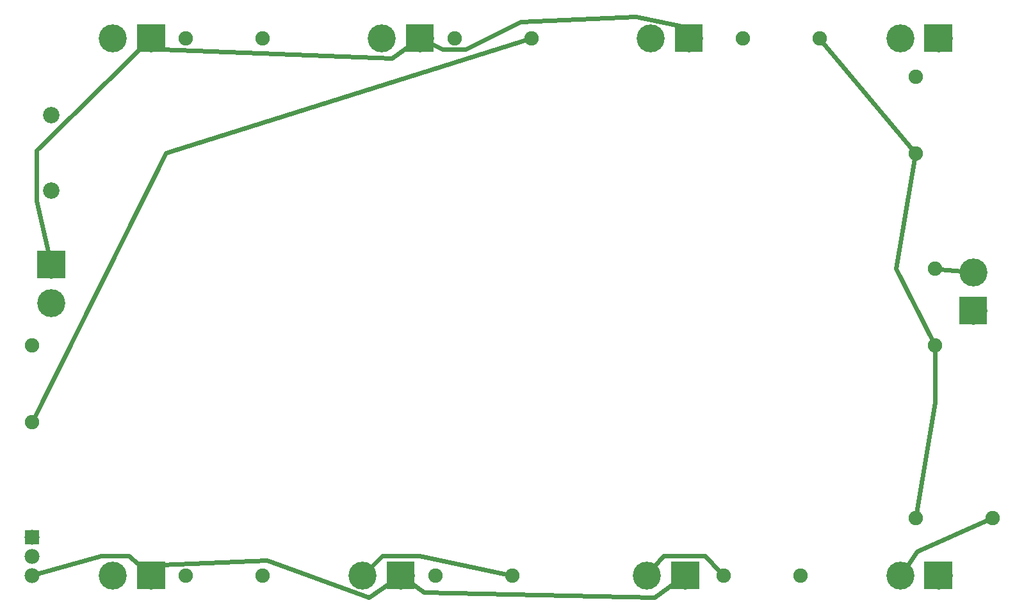
<source format=gbl>
G04 MADE WITH FRITZING*
G04 WWW.FRITZING.ORG*
G04 DOUBLE SIDED*
G04 HOLES PLATED*
G04 CONTOUR ON CENTER OF CONTOUR VECTOR*
%ASAXBY*%
%FSLAX23Y23*%
%MOIN*%
%OFA0B0*%
%SFA1.0B1.0*%
%ADD10C,0.085437*%
%ADD11C,0.145669*%
%ADD12C,0.078000*%
%ADD13C,0.075000*%
%ADD14R,0.078000X0.078000*%
%ADD15C,0.024000*%
%ADD16R,0.001000X0.001000*%
%LNCOPPER0*%
G90*
G70*
G54D10*
X327Y2296D03*
X327Y2689D03*
G54D11*
X4747Y3089D03*
X4947Y3089D03*
X4747Y3089D03*
X4947Y3089D03*
X4747Y3089D03*
X4947Y3089D03*
X3447Y3089D03*
X3647Y3089D03*
X3447Y3089D03*
X3647Y3089D03*
X3447Y3089D03*
X3647Y3089D03*
X2047Y3089D03*
X2247Y3089D03*
X2047Y3089D03*
X2247Y3089D03*
X2047Y3089D03*
X2247Y3089D03*
X647Y3089D03*
X847Y3089D03*
X647Y3089D03*
X847Y3089D03*
X647Y3089D03*
X847Y3089D03*
X327Y1709D03*
X327Y1909D03*
X327Y1709D03*
X327Y1909D03*
X327Y1709D03*
X327Y1909D03*
X647Y289D03*
X847Y289D03*
X647Y289D03*
X847Y289D03*
X647Y289D03*
X847Y289D03*
X1947Y289D03*
X2147Y289D03*
X1947Y289D03*
X2147Y289D03*
X1947Y289D03*
X2147Y289D03*
X3427Y289D03*
X3627Y289D03*
X3427Y289D03*
X3627Y289D03*
X3427Y289D03*
X3627Y289D03*
X4747Y289D03*
X4947Y289D03*
X4747Y289D03*
X4947Y289D03*
X4747Y289D03*
X4947Y289D03*
X5127Y1870D03*
X5127Y1670D03*
X5127Y1870D03*
X5127Y1670D03*
X5127Y1870D03*
X5127Y1670D03*
G54D12*
X227Y489D03*
X227Y389D03*
X227Y289D03*
G54D13*
X1427Y3089D03*
X1027Y3089D03*
X2827Y3089D03*
X2427Y3089D03*
X4327Y3089D03*
X3927Y3089D03*
X4827Y2489D03*
X4827Y2889D03*
X4927Y1489D03*
X4927Y1889D03*
X227Y1089D03*
X227Y1489D03*
X4827Y589D03*
X5227Y589D03*
X4227Y289D03*
X3827Y289D03*
X2327Y289D03*
X2727Y289D03*
X1427Y289D03*
X1027Y289D03*
G54D14*
X227Y489D03*
G54D15*
X925Y2491D02*
X2800Y3081D01*
D02*
X240Y1115D02*
X925Y2491D01*
D02*
X4956Y1886D02*
X5069Y1875D01*
D02*
X3808Y310D02*
X3732Y393D01*
X3732Y393D02*
X3516Y393D01*
X3516Y393D02*
X3465Y334D01*
D02*
X5201Y578D02*
X4836Y417D01*
X4836Y417D02*
X4780Y337D01*
D02*
X2699Y295D02*
X2244Y393D01*
X2244Y393D02*
X2052Y393D01*
X2052Y393D02*
X1988Y330D01*
D02*
X4929Y1191D02*
X4832Y617D01*
D02*
X4927Y1461D02*
X4929Y1191D01*
D02*
X4822Y2461D02*
X4725Y1888D01*
D02*
X4725Y1888D02*
X4914Y1515D01*
D02*
X4345Y3067D02*
X4809Y2511D01*
D02*
X803Y328D02*
X732Y393D01*
D02*
X732Y393D02*
X588Y393D01*
D02*
X588Y393D02*
X256Y298D01*
D02*
X2098Y257D02*
X1980Y177D01*
X1980Y177D02*
X1452Y369D01*
X1452Y369D02*
X900Y345D01*
D02*
X900Y345D02*
X887Y331D01*
D02*
X3579Y256D02*
X3468Y177D01*
X3468Y177D02*
X2268Y201D01*
X2268Y201D02*
X2194Y255D01*
D02*
X2299Y3064D02*
X2364Y3033D01*
X2364Y3033D02*
X2484Y3033D01*
X2484Y3033D02*
X2772Y3177D01*
X2772Y3177D02*
X3372Y3201D01*
X3372Y3201D02*
X3612Y3153D01*
X3612Y3153D02*
X3619Y3140D01*
D02*
X887Y3047D02*
X900Y3033D01*
D02*
X900Y3033D02*
X2100Y2985D01*
X2100Y2985D02*
X2199Y3055D01*
D02*
X314Y1966D02*
X252Y2241D01*
X252Y2241D02*
X252Y2505D01*
X252Y2505D02*
X805Y3048D01*
G54D16*
X774Y3162D02*
X919Y3162D01*
X2174Y3162D02*
X2318Y3162D01*
X3574Y3162D02*
X3718Y3162D01*
X4873Y3162D02*
X5018Y3162D01*
X774Y3161D02*
X919Y3161D01*
X2174Y3161D02*
X2318Y3161D01*
X3574Y3161D02*
X3718Y3161D01*
X4873Y3161D02*
X5018Y3161D01*
X774Y3160D02*
X919Y3160D01*
X2174Y3160D02*
X2318Y3160D01*
X3574Y3160D02*
X3718Y3160D01*
X4873Y3160D02*
X5018Y3160D01*
X774Y3159D02*
X919Y3159D01*
X2174Y3159D02*
X2318Y3159D01*
X3574Y3159D02*
X3718Y3159D01*
X4873Y3159D02*
X5018Y3159D01*
X774Y3158D02*
X919Y3158D01*
X2174Y3158D02*
X2318Y3158D01*
X3574Y3158D02*
X3718Y3158D01*
X4873Y3158D02*
X5018Y3158D01*
X774Y3157D02*
X919Y3157D01*
X2174Y3157D02*
X2318Y3157D01*
X3574Y3157D02*
X3718Y3157D01*
X4873Y3157D02*
X5018Y3157D01*
X774Y3156D02*
X919Y3156D01*
X2174Y3156D02*
X2318Y3156D01*
X3574Y3156D02*
X3718Y3156D01*
X4873Y3156D02*
X5018Y3156D01*
X774Y3155D02*
X919Y3155D01*
X2174Y3155D02*
X2318Y3155D01*
X3574Y3155D02*
X3718Y3155D01*
X4873Y3155D02*
X5018Y3155D01*
X774Y3154D02*
X919Y3154D01*
X2174Y3154D02*
X2318Y3154D01*
X3574Y3154D02*
X3718Y3154D01*
X4873Y3154D02*
X5018Y3154D01*
X774Y3153D02*
X919Y3153D01*
X2174Y3153D02*
X2318Y3153D01*
X3574Y3153D02*
X3718Y3153D01*
X4873Y3153D02*
X5018Y3153D01*
X774Y3152D02*
X919Y3152D01*
X2174Y3152D02*
X2318Y3152D01*
X3574Y3152D02*
X3718Y3152D01*
X4873Y3152D02*
X5018Y3152D01*
X774Y3151D02*
X919Y3151D01*
X2174Y3151D02*
X2318Y3151D01*
X3574Y3151D02*
X3718Y3151D01*
X4873Y3151D02*
X5018Y3151D01*
X774Y3150D02*
X919Y3150D01*
X2174Y3150D02*
X2318Y3150D01*
X3574Y3150D02*
X3718Y3150D01*
X4873Y3150D02*
X5018Y3150D01*
X774Y3149D02*
X919Y3149D01*
X2174Y3149D02*
X2318Y3149D01*
X3574Y3149D02*
X3718Y3149D01*
X4873Y3149D02*
X5018Y3149D01*
X774Y3148D02*
X919Y3148D01*
X2174Y3148D02*
X2318Y3148D01*
X3574Y3148D02*
X3718Y3148D01*
X4873Y3148D02*
X5018Y3148D01*
X774Y3147D02*
X919Y3147D01*
X2174Y3147D02*
X2318Y3147D01*
X3574Y3147D02*
X3718Y3147D01*
X4873Y3147D02*
X5018Y3147D01*
X774Y3146D02*
X919Y3146D01*
X2174Y3146D02*
X2318Y3146D01*
X3574Y3146D02*
X3718Y3146D01*
X4873Y3146D02*
X5018Y3146D01*
X774Y3145D02*
X919Y3145D01*
X2174Y3145D02*
X2318Y3145D01*
X3574Y3145D02*
X3718Y3145D01*
X4873Y3145D02*
X5018Y3145D01*
X774Y3144D02*
X919Y3144D01*
X2174Y3144D02*
X2318Y3144D01*
X3574Y3144D02*
X3718Y3144D01*
X4873Y3144D02*
X5018Y3144D01*
X774Y3143D02*
X919Y3143D01*
X2174Y3143D02*
X2318Y3143D01*
X3574Y3143D02*
X3718Y3143D01*
X4873Y3143D02*
X5018Y3143D01*
X774Y3142D02*
X919Y3142D01*
X2174Y3142D02*
X2318Y3142D01*
X3574Y3142D02*
X3718Y3142D01*
X4873Y3142D02*
X5018Y3142D01*
X774Y3141D02*
X919Y3141D01*
X2174Y3141D02*
X2318Y3141D01*
X3574Y3141D02*
X3718Y3141D01*
X4873Y3141D02*
X5018Y3141D01*
X774Y3140D02*
X919Y3140D01*
X2174Y3140D02*
X2318Y3140D01*
X3574Y3140D02*
X3718Y3140D01*
X4873Y3140D02*
X5018Y3140D01*
X774Y3139D02*
X919Y3139D01*
X2174Y3139D02*
X2318Y3139D01*
X3574Y3139D02*
X3718Y3139D01*
X4873Y3139D02*
X5018Y3139D01*
X774Y3138D02*
X919Y3138D01*
X2174Y3138D02*
X2318Y3138D01*
X3574Y3138D02*
X3718Y3138D01*
X4873Y3138D02*
X5018Y3138D01*
X774Y3137D02*
X842Y3137D01*
X850Y3137D02*
X919Y3137D01*
X2174Y3137D02*
X2242Y3137D01*
X2250Y3137D02*
X2318Y3137D01*
X3574Y3137D02*
X3642Y3137D01*
X3650Y3137D02*
X3718Y3137D01*
X4873Y3137D02*
X4942Y3137D01*
X4950Y3137D02*
X5018Y3137D01*
X774Y3136D02*
X835Y3136D01*
X857Y3136D02*
X919Y3136D01*
X2174Y3136D02*
X2235Y3136D01*
X2257Y3136D02*
X2318Y3136D01*
X3574Y3136D02*
X3635Y3136D01*
X3657Y3136D02*
X3718Y3136D01*
X4873Y3136D02*
X4935Y3136D01*
X4957Y3136D02*
X5018Y3136D01*
X774Y3135D02*
X831Y3135D01*
X861Y3135D02*
X919Y3135D01*
X2174Y3135D02*
X2231Y3135D01*
X2261Y3135D02*
X2318Y3135D01*
X3574Y3135D02*
X3631Y3135D01*
X3661Y3135D02*
X3718Y3135D01*
X4873Y3135D02*
X4931Y3135D01*
X4961Y3135D02*
X5018Y3135D01*
X774Y3134D02*
X829Y3134D01*
X864Y3134D02*
X919Y3134D01*
X2174Y3134D02*
X2229Y3134D01*
X2264Y3134D02*
X2318Y3134D01*
X3574Y3134D02*
X3628Y3134D01*
X3663Y3134D02*
X3718Y3134D01*
X4873Y3134D02*
X4928Y3134D01*
X4963Y3134D02*
X5018Y3134D01*
X774Y3133D02*
X826Y3133D01*
X866Y3133D02*
X919Y3133D01*
X2174Y3133D02*
X2226Y3133D01*
X2266Y3133D02*
X2318Y3133D01*
X3574Y3133D02*
X3626Y3133D01*
X3666Y3133D02*
X3718Y3133D01*
X4873Y3133D02*
X4926Y3133D01*
X4966Y3133D02*
X5018Y3133D01*
X774Y3132D02*
X824Y3132D01*
X868Y3132D02*
X919Y3132D01*
X2174Y3132D02*
X2224Y3132D01*
X2268Y3132D02*
X2318Y3132D01*
X3574Y3132D02*
X3624Y3132D01*
X3668Y3132D02*
X3718Y3132D01*
X4873Y3132D02*
X4924Y3132D01*
X4968Y3132D02*
X5018Y3132D01*
X774Y3131D02*
X822Y3131D01*
X870Y3131D02*
X919Y3131D01*
X2174Y3131D02*
X2222Y3131D01*
X2270Y3131D02*
X2318Y3131D01*
X3574Y3131D02*
X3622Y3131D01*
X3670Y3131D02*
X3718Y3131D01*
X4873Y3131D02*
X4922Y3131D01*
X4970Y3131D02*
X5018Y3131D01*
X774Y3130D02*
X821Y3130D01*
X872Y3130D02*
X919Y3130D01*
X2174Y3130D02*
X2221Y3130D01*
X2272Y3130D02*
X2318Y3130D01*
X3574Y3130D02*
X3620Y3130D01*
X3671Y3130D02*
X3718Y3130D01*
X4873Y3130D02*
X4920Y3130D01*
X4971Y3130D02*
X5018Y3130D01*
X774Y3129D02*
X819Y3129D01*
X873Y3129D02*
X919Y3129D01*
X2174Y3129D02*
X2219Y3129D01*
X2273Y3129D02*
X2318Y3129D01*
X3574Y3129D02*
X3619Y3129D01*
X3673Y3129D02*
X3718Y3129D01*
X4873Y3129D02*
X4919Y3129D01*
X4973Y3129D02*
X5018Y3129D01*
X774Y3128D02*
X818Y3128D01*
X875Y3128D02*
X919Y3128D01*
X2174Y3128D02*
X2218Y3128D01*
X2274Y3128D02*
X2318Y3128D01*
X3574Y3128D02*
X3618Y3128D01*
X3674Y3128D02*
X3718Y3128D01*
X4873Y3128D02*
X4917Y3128D01*
X4974Y3128D02*
X5018Y3128D01*
X774Y3127D02*
X816Y3127D01*
X876Y3127D02*
X919Y3127D01*
X2174Y3127D02*
X2216Y3127D01*
X2276Y3127D02*
X2318Y3127D01*
X3574Y3127D02*
X3616Y3127D01*
X3676Y3127D02*
X3718Y3127D01*
X4873Y3127D02*
X4916Y3127D01*
X4976Y3127D02*
X5018Y3127D01*
X774Y3126D02*
X815Y3126D01*
X877Y3126D02*
X919Y3126D01*
X2174Y3126D02*
X2215Y3126D01*
X2277Y3126D02*
X2318Y3126D01*
X3574Y3126D02*
X3615Y3126D01*
X3677Y3126D02*
X3718Y3126D01*
X4873Y3126D02*
X4915Y3126D01*
X4977Y3126D02*
X5018Y3126D01*
X774Y3125D02*
X814Y3125D01*
X878Y3125D02*
X919Y3125D01*
X2174Y3125D02*
X2214Y3125D01*
X2278Y3125D02*
X2318Y3125D01*
X3574Y3125D02*
X3614Y3125D01*
X3678Y3125D02*
X3718Y3125D01*
X4873Y3125D02*
X4914Y3125D01*
X4978Y3125D02*
X5018Y3125D01*
X774Y3124D02*
X813Y3124D01*
X879Y3124D02*
X919Y3124D01*
X2174Y3124D02*
X2213Y3124D01*
X2279Y3124D02*
X2318Y3124D01*
X3574Y3124D02*
X3613Y3124D01*
X3679Y3124D02*
X3718Y3124D01*
X4873Y3124D02*
X4913Y3124D01*
X4979Y3124D02*
X5018Y3124D01*
X774Y3123D02*
X812Y3123D01*
X880Y3123D02*
X919Y3123D01*
X2174Y3123D02*
X2212Y3123D01*
X2280Y3123D02*
X2318Y3123D01*
X3574Y3123D02*
X3612Y3123D01*
X3680Y3123D02*
X3718Y3123D01*
X4873Y3123D02*
X4912Y3123D01*
X4980Y3123D02*
X5018Y3123D01*
X774Y3122D02*
X811Y3122D01*
X881Y3122D02*
X919Y3122D01*
X2174Y3122D02*
X2211Y3122D01*
X2281Y3122D02*
X2318Y3122D01*
X3574Y3122D02*
X3611Y3122D01*
X3681Y3122D02*
X3718Y3122D01*
X4873Y3122D02*
X4911Y3122D01*
X4981Y3122D02*
X5018Y3122D01*
X774Y3121D02*
X810Y3121D01*
X882Y3121D02*
X919Y3121D01*
X2174Y3121D02*
X2210Y3121D01*
X2282Y3121D02*
X2318Y3121D01*
X3574Y3121D02*
X3610Y3121D01*
X3682Y3121D02*
X3718Y3121D01*
X4873Y3121D02*
X4910Y3121D01*
X4982Y3121D02*
X5018Y3121D01*
X774Y3120D02*
X809Y3120D01*
X883Y3120D02*
X919Y3120D01*
X2174Y3120D02*
X2209Y3120D01*
X2283Y3120D02*
X2318Y3120D01*
X3574Y3120D02*
X3609Y3120D01*
X3683Y3120D02*
X3718Y3120D01*
X4873Y3120D02*
X4909Y3120D01*
X4983Y3120D02*
X5018Y3120D01*
X774Y3119D02*
X808Y3119D01*
X884Y3119D02*
X919Y3119D01*
X2174Y3119D02*
X2208Y3119D01*
X2284Y3119D02*
X2318Y3119D01*
X3574Y3119D02*
X3608Y3119D01*
X3684Y3119D02*
X3718Y3119D01*
X4873Y3119D02*
X4908Y3119D01*
X4984Y3119D02*
X5018Y3119D01*
X774Y3118D02*
X808Y3118D01*
X885Y3118D02*
X919Y3118D01*
X2174Y3118D02*
X2208Y3118D01*
X2285Y3118D02*
X2318Y3118D01*
X3574Y3118D02*
X3607Y3118D01*
X3684Y3118D02*
X3718Y3118D01*
X4873Y3118D02*
X4907Y3118D01*
X4984Y3118D02*
X5018Y3118D01*
X774Y3117D02*
X807Y3117D01*
X885Y3117D02*
X919Y3117D01*
X2174Y3117D02*
X2207Y3117D01*
X2285Y3117D02*
X2318Y3117D01*
X3574Y3117D02*
X3607Y3117D01*
X3685Y3117D02*
X3718Y3117D01*
X4873Y3117D02*
X4907Y3117D01*
X4985Y3117D02*
X5018Y3117D01*
X774Y3116D02*
X806Y3116D01*
X886Y3116D02*
X919Y3116D01*
X2174Y3116D02*
X2206Y3116D01*
X2286Y3116D02*
X2318Y3116D01*
X3574Y3116D02*
X3606Y3116D01*
X3686Y3116D02*
X3718Y3116D01*
X4873Y3116D02*
X4906Y3116D01*
X4986Y3116D02*
X5018Y3116D01*
X774Y3115D02*
X806Y3115D01*
X887Y3115D02*
X919Y3115D01*
X2174Y3115D02*
X2206Y3115D01*
X2287Y3115D02*
X2318Y3115D01*
X3574Y3115D02*
X3605Y3115D01*
X3686Y3115D02*
X3718Y3115D01*
X4873Y3115D02*
X4905Y3115D01*
X4986Y3115D02*
X5018Y3115D01*
X774Y3114D02*
X805Y3114D01*
X887Y3114D02*
X919Y3114D01*
X2174Y3114D02*
X2205Y3114D01*
X2287Y3114D02*
X2318Y3114D01*
X3574Y3114D02*
X3605Y3114D01*
X3687Y3114D02*
X3718Y3114D01*
X4873Y3114D02*
X4905Y3114D01*
X4987Y3114D02*
X5018Y3114D01*
X774Y3113D02*
X804Y3113D01*
X888Y3113D02*
X919Y3113D01*
X2174Y3113D02*
X2204Y3113D01*
X2288Y3113D02*
X2318Y3113D01*
X3574Y3113D02*
X3604Y3113D01*
X3688Y3113D02*
X3718Y3113D01*
X4873Y3113D02*
X4904Y3113D01*
X4988Y3113D02*
X5018Y3113D01*
X774Y3112D02*
X804Y3112D01*
X888Y3112D02*
X919Y3112D01*
X2174Y3112D02*
X2204Y3112D01*
X2288Y3112D02*
X2318Y3112D01*
X3574Y3112D02*
X3604Y3112D01*
X3688Y3112D02*
X3718Y3112D01*
X4873Y3112D02*
X4904Y3112D01*
X4988Y3112D02*
X5018Y3112D01*
X774Y3111D02*
X803Y3111D01*
X889Y3111D02*
X919Y3111D01*
X2174Y3111D02*
X2203Y3111D01*
X2289Y3111D02*
X2318Y3111D01*
X3574Y3111D02*
X3603Y3111D01*
X3689Y3111D02*
X3718Y3111D01*
X4873Y3111D02*
X4903Y3111D01*
X4989Y3111D02*
X5018Y3111D01*
X774Y3110D02*
X803Y3110D01*
X889Y3110D02*
X919Y3110D01*
X2174Y3110D02*
X2203Y3110D01*
X2289Y3110D02*
X2318Y3110D01*
X3574Y3110D02*
X3603Y3110D01*
X3689Y3110D02*
X3718Y3110D01*
X4873Y3110D02*
X4903Y3110D01*
X4989Y3110D02*
X5018Y3110D01*
X774Y3109D02*
X802Y3109D01*
X890Y3109D02*
X919Y3109D01*
X2174Y3109D02*
X2202Y3109D01*
X2290Y3109D02*
X2318Y3109D01*
X3574Y3109D02*
X3602Y3109D01*
X3690Y3109D02*
X3718Y3109D01*
X4873Y3109D02*
X4902Y3109D01*
X4990Y3109D02*
X5018Y3109D01*
X774Y3108D02*
X802Y3108D01*
X890Y3108D02*
X919Y3108D01*
X2174Y3108D02*
X2202Y3108D01*
X2290Y3108D02*
X2318Y3108D01*
X3574Y3108D02*
X3602Y3108D01*
X3690Y3108D02*
X3718Y3108D01*
X4873Y3108D02*
X4902Y3108D01*
X4990Y3108D02*
X5018Y3108D01*
X774Y3107D02*
X802Y3107D01*
X891Y3107D02*
X919Y3107D01*
X2174Y3107D02*
X2202Y3107D01*
X2291Y3107D02*
X2318Y3107D01*
X3574Y3107D02*
X3601Y3107D01*
X3690Y3107D02*
X3718Y3107D01*
X4873Y3107D02*
X4901Y3107D01*
X4990Y3107D02*
X5018Y3107D01*
X774Y3106D02*
X801Y3106D01*
X891Y3106D02*
X919Y3106D01*
X2174Y3106D02*
X2201Y3106D01*
X2291Y3106D02*
X2318Y3106D01*
X3574Y3106D02*
X3601Y3106D01*
X3691Y3106D02*
X3718Y3106D01*
X4873Y3106D02*
X4901Y3106D01*
X4991Y3106D02*
X5018Y3106D01*
X774Y3105D02*
X801Y3105D01*
X891Y3105D02*
X919Y3105D01*
X2174Y3105D02*
X2201Y3105D01*
X2291Y3105D02*
X2318Y3105D01*
X3574Y3105D02*
X3601Y3105D01*
X3691Y3105D02*
X3718Y3105D01*
X4873Y3105D02*
X4901Y3105D01*
X4991Y3105D02*
X5018Y3105D01*
X774Y3104D02*
X801Y3104D01*
X892Y3104D02*
X919Y3104D01*
X2174Y3104D02*
X2200Y3104D01*
X2292Y3104D02*
X2318Y3104D01*
X3574Y3104D02*
X3600Y3104D01*
X3692Y3104D02*
X3718Y3104D01*
X4873Y3104D02*
X4900Y3104D01*
X4991Y3104D02*
X5018Y3104D01*
X774Y3103D02*
X800Y3103D01*
X892Y3103D02*
X919Y3103D01*
X2174Y3103D02*
X2200Y3103D01*
X2292Y3103D02*
X2318Y3103D01*
X3574Y3103D02*
X3600Y3103D01*
X3692Y3103D02*
X3718Y3103D01*
X4873Y3103D02*
X4900Y3103D01*
X4992Y3103D02*
X5018Y3103D01*
X774Y3102D02*
X800Y3102D01*
X892Y3102D02*
X919Y3102D01*
X2174Y3102D02*
X2200Y3102D01*
X2292Y3102D02*
X2318Y3102D01*
X3574Y3102D02*
X3600Y3102D01*
X3692Y3102D02*
X3718Y3102D01*
X4873Y3102D02*
X4900Y3102D01*
X4992Y3102D02*
X5018Y3102D01*
X774Y3101D02*
X800Y3101D01*
X893Y3101D02*
X919Y3101D01*
X2174Y3101D02*
X2200Y3101D01*
X2292Y3101D02*
X2318Y3101D01*
X3574Y3101D02*
X3600Y3101D01*
X3692Y3101D02*
X3718Y3101D01*
X4873Y3101D02*
X4899Y3101D01*
X4992Y3101D02*
X5018Y3101D01*
X774Y3100D02*
X800Y3100D01*
X893Y3100D02*
X919Y3100D01*
X2174Y3100D02*
X2199Y3100D01*
X2293Y3100D02*
X2318Y3100D01*
X3574Y3100D02*
X3599Y3100D01*
X3693Y3100D02*
X3718Y3100D01*
X4873Y3100D02*
X4899Y3100D01*
X4992Y3100D02*
X5018Y3100D01*
X774Y3099D02*
X799Y3099D01*
X893Y3099D02*
X919Y3099D01*
X2174Y3099D02*
X2199Y3099D01*
X2293Y3099D02*
X2318Y3099D01*
X3574Y3099D02*
X3599Y3099D01*
X3693Y3099D02*
X3718Y3099D01*
X4873Y3099D02*
X4899Y3099D01*
X4993Y3099D02*
X5018Y3099D01*
X774Y3098D02*
X799Y3098D01*
X893Y3098D02*
X919Y3098D01*
X2174Y3098D02*
X2199Y3098D01*
X2293Y3098D02*
X2318Y3098D01*
X3574Y3098D02*
X3599Y3098D01*
X3693Y3098D02*
X3718Y3098D01*
X4873Y3098D02*
X4899Y3098D01*
X4993Y3098D02*
X5018Y3098D01*
X774Y3097D02*
X799Y3097D01*
X893Y3097D02*
X919Y3097D01*
X2174Y3097D02*
X2199Y3097D01*
X2293Y3097D02*
X2318Y3097D01*
X3574Y3097D02*
X3599Y3097D01*
X3693Y3097D02*
X3718Y3097D01*
X4873Y3097D02*
X4899Y3097D01*
X4993Y3097D02*
X5018Y3097D01*
X774Y3096D02*
X799Y3096D01*
X893Y3096D02*
X919Y3096D01*
X2174Y3096D02*
X2199Y3096D01*
X2293Y3096D02*
X2318Y3096D01*
X3574Y3096D02*
X3599Y3096D01*
X3693Y3096D02*
X3718Y3096D01*
X4873Y3096D02*
X4898Y3096D01*
X4993Y3096D02*
X5018Y3096D01*
X774Y3095D02*
X799Y3095D01*
X894Y3095D02*
X919Y3095D01*
X2174Y3095D02*
X2199Y3095D01*
X2294Y3095D02*
X2318Y3095D01*
X3574Y3095D02*
X3598Y3095D01*
X3693Y3095D02*
X3718Y3095D01*
X4873Y3095D02*
X4898Y3095D01*
X4993Y3095D02*
X5018Y3095D01*
X774Y3094D02*
X799Y3094D01*
X894Y3094D02*
X919Y3094D01*
X2174Y3094D02*
X2199Y3094D01*
X2294Y3094D02*
X2318Y3094D01*
X3574Y3094D02*
X3598Y3094D01*
X3693Y3094D02*
X3718Y3094D01*
X4873Y3094D02*
X4898Y3094D01*
X4993Y3094D02*
X5018Y3094D01*
X774Y3093D02*
X799Y3093D01*
X894Y3093D02*
X919Y3093D01*
X2174Y3093D02*
X2198Y3093D01*
X2294Y3093D02*
X2318Y3093D01*
X3574Y3093D02*
X3598Y3093D01*
X3694Y3093D02*
X3718Y3093D01*
X4873Y3093D02*
X4898Y3093D01*
X4993Y3093D02*
X5018Y3093D01*
X774Y3092D02*
X799Y3092D01*
X894Y3092D02*
X919Y3092D01*
X2174Y3092D02*
X2198Y3092D01*
X2294Y3092D02*
X2318Y3092D01*
X3574Y3092D02*
X3598Y3092D01*
X3694Y3092D02*
X3718Y3092D01*
X4873Y3092D02*
X4898Y3092D01*
X4993Y3092D02*
X5018Y3092D01*
X774Y3091D02*
X798Y3091D01*
X894Y3091D02*
X919Y3091D01*
X2174Y3091D02*
X2198Y3091D01*
X2294Y3091D02*
X2318Y3091D01*
X3574Y3091D02*
X3598Y3091D01*
X3694Y3091D02*
X3718Y3091D01*
X4873Y3091D02*
X4898Y3091D01*
X4993Y3091D02*
X5018Y3091D01*
X774Y3090D02*
X798Y3090D01*
X894Y3090D02*
X919Y3090D01*
X2174Y3090D02*
X2198Y3090D01*
X2294Y3090D02*
X2318Y3090D01*
X3574Y3090D02*
X3598Y3090D01*
X3694Y3090D02*
X3718Y3090D01*
X4873Y3090D02*
X4898Y3090D01*
X4994Y3090D02*
X5018Y3090D01*
X774Y3089D02*
X798Y3089D01*
X894Y3089D02*
X919Y3089D01*
X2174Y3089D02*
X2198Y3089D01*
X2294Y3089D02*
X2318Y3089D01*
X3574Y3089D02*
X3598Y3089D01*
X3694Y3089D02*
X3718Y3089D01*
X4873Y3089D02*
X4898Y3089D01*
X4993Y3089D02*
X5018Y3089D01*
X774Y3088D02*
X799Y3088D01*
X894Y3088D02*
X919Y3088D01*
X2174Y3088D02*
X2198Y3088D01*
X2294Y3088D02*
X2318Y3088D01*
X3574Y3088D02*
X3598Y3088D01*
X3694Y3088D02*
X3718Y3088D01*
X4873Y3088D02*
X4898Y3088D01*
X4993Y3088D02*
X5018Y3088D01*
X774Y3087D02*
X799Y3087D01*
X894Y3087D02*
X919Y3087D01*
X2174Y3087D02*
X2198Y3087D01*
X2294Y3087D02*
X2318Y3087D01*
X3574Y3087D02*
X3598Y3087D01*
X3694Y3087D02*
X3718Y3087D01*
X4873Y3087D02*
X4898Y3087D01*
X4993Y3087D02*
X5018Y3087D01*
X774Y3086D02*
X799Y3086D01*
X894Y3086D02*
X919Y3086D01*
X2174Y3086D02*
X2199Y3086D01*
X2294Y3086D02*
X2318Y3086D01*
X3574Y3086D02*
X3598Y3086D01*
X3693Y3086D02*
X3718Y3086D01*
X4873Y3086D02*
X4898Y3086D01*
X4993Y3086D02*
X5018Y3086D01*
X774Y3085D02*
X799Y3085D01*
X894Y3085D02*
X919Y3085D01*
X2174Y3085D02*
X2199Y3085D01*
X2294Y3085D02*
X2318Y3085D01*
X3574Y3085D02*
X3598Y3085D01*
X3693Y3085D02*
X3718Y3085D01*
X4873Y3085D02*
X4898Y3085D01*
X4993Y3085D02*
X5018Y3085D01*
X774Y3084D02*
X799Y3084D01*
X894Y3084D02*
X919Y3084D01*
X2174Y3084D02*
X2199Y3084D01*
X2293Y3084D02*
X2318Y3084D01*
X3574Y3084D02*
X3599Y3084D01*
X3693Y3084D02*
X3718Y3084D01*
X4873Y3084D02*
X4898Y3084D01*
X4993Y3084D02*
X5018Y3084D01*
X774Y3083D02*
X799Y3083D01*
X893Y3083D02*
X919Y3083D01*
X2174Y3083D02*
X2199Y3083D01*
X2293Y3083D02*
X2318Y3083D01*
X3574Y3083D02*
X3599Y3083D01*
X3693Y3083D02*
X3718Y3083D01*
X4873Y3083D02*
X4899Y3083D01*
X4993Y3083D02*
X5018Y3083D01*
X774Y3082D02*
X799Y3082D01*
X893Y3082D02*
X919Y3082D01*
X2174Y3082D02*
X2199Y3082D01*
X2293Y3082D02*
X2318Y3082D01*
X3574Y3082D02*
X3599Y3082D01*
X3693Y3082D02*
X3718Y3082D01*
X4873Y3082D02*
X4899Y3082D01*
X4993Y3082D02*
X5018Y3082D01*
X774Y3081D02*
X799Y3081D01*
X893Y3081D02*
X919Y3081D01*
X2174Y3081D02*
X2199Y3081D01*
X2293Y3081D02*
X2318Y3081D01*
X3574Y3081D02*
X3599Y3081D01*
X3693Y3081D02*
X3718Y3081D01*
X4873Y3081D02*
X4899Y3081D01*
X4993Y3081D02*
X5018Y3081D01*
X774Y3080D02*
X800Y3080D01*
X893Y3080D02*
X919Y3080D01*
X2174Y3080D02*
X2199Y3080D01*
X2293Y3080D02*
X2318Y3080D01*
X3574Y3080D02*
X3599Y3080D01*
X3693Y3080D02*
X3718Y3080D01*
X4873Y3080D02*
X4899Y3080D01*
X4992Y3080D02*
X5018Y3080D01*
X774Y3079D02*
X800Y3079D01*
X893Y3079D02*
X919Y3079D01*
X2174Y3079D02*
X2200Y3079D01*
X2292Y3079D02*
X2318Y3079D01*
X3574Y3079D02*
X3600Y3079D01*
X3692Y3079D02*
X3718Y3079D01*
X4873Y3079D02*
X4899Y3079D01*
X4992Y3079D02*
X5018Y3079D01*
X774Y3078D02*
X800Y3078D01*
X892Y3078D02*
X919Y3078D01*
X2174Y3078D02*
X2200Y3078D01*
X2292Y3078D02*
X2318Y3078D01*
X3574Y3078D02*
X3600Y3078D01*
X3692Y3078D02*
X3718Y3078D01*
X4873Y3078D02*
X4900Y3078D01*
X4992Y3078D02*
X5018Y3078D01*
X774Y3077D02*
X800Y3077D01*
X892Y3077D02*
X919Y3077D01*
X2174Y3077D02*
X2200Y3077D01*
X2292Y3077D02*
X2318Y3077D01*
X3574Y3077D02*
X3600Y3077D01*
X3692Y3077D02*
X3718Y3077D01*
X4873Y3077D02*
X4900Y3077D01*
X4992Y3077D02*
X5018Y3077D01*
X774Y3076D02*
X801Y3076D01*
X892Y3076D02*
X919Y3076D01*
X2174Y3076D02*
X2200Y3076D01*
X2292Y3076D02*
X2318Y3076D01*
X3574Y3076D02*
X3600Y3076D01*
X3692Y3076D02*
X3718Y3076D01*
X4873Y3076D02*
X4900Y3076D01*
X4991Y3076D02*
X5018Y3076D01*
X774Y3075D02*
X801Y3075D01*
X891Y3075D02*
X919Y3075D01*
X2174Y3075D02*
X2201Y3075D01*
X2291Y3075D02*
X2318Y3075D01*
X3574Y3075D02*
X3601Y3075D01*
X3691Y3075D02*
X3718Y3075D01*
X4873Y3075D02*
X4901Y3075D01*
X4991Y3075D02*
X5018Y3075D01*
X774Y3074D02*
X801Y3074D01*
X891Y3074D02*
X919Y3074D01*
X2174Y3074D02*
X2201Y3074D01*
X2291Y3074D02*
X2318Y3074D01*
X3574Y3074D02*
X3601Y3074D01*
X3691Y3074D02*
X3718Y3074D01*
X4873Y3074D02*
X4901Y3074D01*
X4991Y3074D02*
X5018Y3074D01*
X774Y3073D02*
X802Y3073D01*
X891Y3073D02*
X919Y3073D01*
X2174Y3073D02*
X2202Y3073D01*
X2291Y3073D02*
X2318Y3073D01*
X3574Y3073D02*
X3601Y3073D01*
X3690Y3073D02*
X3718Y3073D01*
X4873Y3073D02*
X4901Y3073D01*
X4990Y3073D02*
X5018Y3073D01*
X774Y3072D02*
X802Y3072D01*
X890Y3072D02*
X919Y3072D01*
X2174Y3072D02*
X2202Y3072D01*
X2290Y3072D02*
X2318Y3072D01*
X3574Y3072D02*
X3602Y3072D01*
X3690Y3072D02*
X3718Y3072D01*
X4873Y3072D02*
X4902Y3072D01*
X4990Y3072D02*
X5018Y3072D01*
X774Y3071D02*
X802Y3071D01*
X890Y3071D02*
X919Y3071D01*
X2174Y3071D02*
X2202Y3071D01*
X2290Y3071D02*
X2318Y3071D01*
X3574Y3071D02*
X3602Y3071D01*
X3690Y3071D02*
X3718Y3071D01*
X4873Y3071D02*
X4902Y3071D01*
X4990Y3071D02*
X5018Y3071D01*
X774Y3070D02*
X803Y3070D01*
X889Y3070D02*
X919Y3070D01*
X2174Y3070D02*
X2203Y3070D01*
X2289Y3070D02*
X2318Y3070D01*
X3574Y3070D02*
X3603Y3070D01*
X3689Y3070D02*
X3718Y3070D01*
X4873Y3070D02*
X4903Y3070D01*
X4989Y3070D02*
X5018Y3070D01*
X774Y3069D02*
X803Y3069D01*
X889Y3069D02*
X919Y3069D01*
X2174Y3069D02*
X2203Y3069D01*
X2289Y3069D02*
X2318Y3069D01*
X3574Y3069D02*
X3603Y3069D01*
X3689Y3069D02*
X3718Y3069D01*
X4873Y3069D02*
X4903Y3069D01*
X4989Y3069D02*
X5018Y3069D01*
X774Y3068D02*
X804Y3068D01*
X888Y3068D02*
X919Y3068D01*
X2174Y3068D02*
X2204Y3068D01*
X2288Y3068D02*
X2318Y3068D01*
X3574Y3068D02*
X3604Y3068D01*
X3688Y3068D02*
X3718Y3068D01*
X4873Y3068D02*
X4904Y3068D01*
X4988Y3068D02*
X5018Y3068D01*
X774Y3067D02*
X804Y3067D01*
X888Y3067D02*
X919Y3067D01*
X2174Y3067D02*
X2204Y3067D01*
X2288Y3067D02*
X2318Y3067D01*
X3574Y3067D02*
X3604Y3067D01*
X3688Y3067D02*
X3718Y3067D01*
X4873Y3067D02*
X4904Y3067D01*
X4988Y3067D02*
X5018Y3067D01*
X774Y3066D02*
X805Y3066D01*
X887Y3066D02*
X919Y3066D01*
X2174Y3066D02*
X2205Y3066D01*
X2287Y3066D02*
X2318Y3066D01*
X3574Y3066D02*
X3605Y3066D01*
X3687Y3066D02*
X3718Y3066D01*
X4873Y3066D02*
X4905Y3066D01*
X4987Y3066D02*
X5018Y3066D01*
X774Y3065D02*
X806Y3065D01*
X887Y3065D02*
X919Y3065D01*
X2174Y3065D02*
X2206Y3065D01*
X2287Y3065D02*
X2318Y3065D01*
X3574Y3065D02*
X3605Y3065D01*
X3686Y3065D02*
X3718Y3065D01*
X4873Y3065D02*
X4905Y3065D01*
X4986Y3065D02*
X5018Y3065D01*
X774Y3064D02*
X806Y3064D01*
X886Y3064D02*
X919Y3064D01*
X2174Y3064D02*
X2206Y3064D01*
X2286Y3064D02*
X2318Y3064D01*
X3574Y3064D02*
X3606Y3064D01*
X3686Y3064D02*
X3718Y3064D01*
X4873Y3064D02*
X4906Y3064D01*
X4986Y3064D02*
X5018Y3064D01*
X774Y3063D02*
X807Y3063D01*
X885Y3063D02*
X919Y3063D01*
X2174Y3063D02*
X2207Y3063D01*
X2285Y3063D02*
X2318Y3063D01*
X3574Y3063D02*
X3607Y3063D01*
X3685Y3063D02*
X3718Y3063D01*
X4873Y3063D02*
X4907Y3063D01*
X4985Y3063D02*
X5018Y3063D01*
X774Y3062D02*
X808Y3062D01*
X885Y3062D02*
X919Y3062D01*
X2174Y3062D02*
X2208Y3062D01*
X2285Y3062D02*
X2318Y3062D01*
X3574Y3062D02*
X3607Y3062D01*
X3684Y3062D02*
X3718Y3062D01*
X4873Y3062D02*
X4907Y3062D01*
X4984Y3062D02*
X5018Y3062D01*
X774Y3061D02*
X808Y3061D01*
X884Y3061D02*
X919Y3061D01*
X2174Y3061D02*
X2208Y3061D01*
X2284Y3061D02*
X2318Y3061D01*
X3574Y3061D02*
X3608Y3061D01*
X3684Y3061D02*
X3718Y3061D01*
X4873Y3061D02*
X4908Y3061D01*
X4984Y3061D02*
X5018Y3061D01*
X774Y3060D02*
X809Y3060D01*
X883Y3060D02*
X919Y3060D01*
X2174Y3060D02*
X2209Y3060D01*
X2283Y3060D02*
X2318Y3060D01*
X3574Y3060D02*
X3609Y3060D01*
X3683Y3060D02*
X3718Y3060D01*
X4873Y3060D02*
X4909Y3060D01*
X4983Y3060D02*
X5018Y3060D01*
X774Y3059D02*
X810Y3059D01*
X882Y3059D02*
X919Y3059D01*
X2174Y3059D02*
X2210Y3059D01*
X2282Y3059D02*
X2318Y3059D01*
X3574Y3059D02*
X3610Y3059D01*
X3682Y3059D02*
X3718Y3059D01*
X4873Y3059D02*
X4910Y3059D01*
X4982Y3059D02*
X5018Y3059D01*
X774Y3058D02*
X811Y3058D01*
X881Y3058D02*
X919Y3058D01*
X2174Y3058D02*
X2211Y3058D01*
X2281Y3058D02*
X2318Y3058D01*
X3574Y3058D02*
X3611Y3058D01*
X3681Y3058D02*
X3718Y3058D01*
X4873Y3058D02*
X4911Y3058D01*
X4981Y3058D02*
X5018Y3058D01*
X774Y3057D02*
X812Y3057D01*
X880Y3057D02*
X919Y3057D01*
X2174Y3057D02*
X2212Y3057D01*
X2280Y3057D02*
X2318Y3057D01*
X3574Y3057D02*
X3612Y3057D01*
X3680Y3057D02*
X3718Y3057D01*
X4873Y3057D02*
X4912Y3057D01*
X4980Y3057D02*
X5018Y3057D01*
X774Y3056D02*
X813Y3056D01*
X879Y3056D02*
X919Y3056D01*
X2174Y3056D02*
X2213Y3056D01*
X2279Y3056D02*
X2318Y3056D01*
X3574Y3056D02*
X3613Y3056D01*
X3679Y3056D02*
X3718Y3056D01*
X4873Y3056D02*
X4913Y3056D01*
X4979Y3056D02*
X5018Y3056D01*
X774Y3055D02*
X814Y3055D01*
X878Y3055D02*
X919Y3055D01*
X2174Y3055D02*
X2214Y3055D01*
X2278Y3055D02*
X2318Y3055D01*
X3574Y3055D02*
X3614Y3055D01*
X3678Y3055D02*
X3718Y3055D01*
X4873Y3055D02*
X4914Y3055D01*
X4978Y3055D02*
X5018Y3055D01*
X774Y3054D02*
X815Y3054D01*
X877Y3054D02*
X919Y3054D01*
X2174Y3054D02*
X2215Y3054D01*
X2277Y3054D02*
X2318Y3054D01*
X3574Y3054D02*
X3615Y3054D01*
X3677Y3054D02*
X3718Y3054D01*
X4873Y3054D02*
X4915Y3054D01*
X4977Y3054D02*
X5018Y3054D01*
X774Y3053D02*
X816Y3053D01*
X876Y3053D02*
X919Y3053D01*
X2174Y3053D02*
X2216Y3053D01*
X2276Y3053D02*
X2318Y3053D01*
X3574Y3053D02*
X3616Y3053D01*
X3676Y3053D02*
X3718Y3053D01*
X4873Y3053D02*
X4916Y3053D01*
X4976Y3053D02*
X5018Y3053D01*
X774Y3052D02*
X818Y3052D01*
X875Y3052D02*
X919Y3052D01*
X2174Y3052D02*
X2218Y3052D01*
X2275Y3052D02*
X2318Y3052D01*
X3574Y3052D02*
X3617Y3052D01*
X3674Y3052D02*
X3718Y3052D01*
X4873Y3052D02*
X4917Y3052D01*
X4974Y3052D02*
X5018Y3052D01*
X774Y3051D02*
X819Y3051D01*
X873Y3051D02*
X919Y3051D01*
X2174Y3051D02*
X2219Y3051D01*
X2273Y3051D02*
X2318Y3051D01*
X3574Y3051D02*
X3619Y3051D01*
X3673Y3051D02*
X3718Y3051D01*
X4873Y3051D02*
X4919Y3051D01*
X4973Y3051D02*
X5018Y3051D01*
X774Y3050D02*
X821Y3050D01*
X872Y3050D02*
X919Y3050D01*
X2174Y3050D02*
X2220Y3050D01*
X2272Y3050D02*
X2318Y3050D01*
X3574Y3050D02*
X3620Y3050D01*
X3672Y3050D02*
X3718Y3050D01*
X4873Y3050D02*
X4920Y3050D01*
X4971Y3050D02*
X5018Y3050D01*
X774Y3049D02*
X822Y3049D01*
X870Y3049D02*
X919Y3049D01*
X2174Y3049D02*
X2222Y3049D01*
X2270Y3049D02*
X2318Y3049D01*
X3574Y3049D02*
X3622Y3049D01*
X3670Y3049D02*
X3718Y3049D01*
X4873Y3049D02*
X4922Y3049D01*
X4970Y3049D02*
X5018Y3049D01*
X774Y3048D02*
X824Y3048D01*
X868Y3048D02*
X919Y3048D01*
X2174Y3048D02*
X2224Y3048D01*
X2268Y3048D02*
X2318Y3048D01*
X3574Y3048D02*
X3624Y3048D01*
X3668Y3048D02*
X3718Y3048D01*
X4873Y3048D02*
X4924Y3048D01*
X4968Y3048D02*
X5018Y3048D01*
X774Y3047D02*
X826Y3047D01*
X866Y3047D02*
X919Y3047D01*
X2174Y3047D02*
X2226Y3047D01*
X2266Y3047D02*
X2318Y3047D01*
X3574Y3047D02*
X3626Y3047D01*
X3666Y3047D02*
X3718Y3047D01*
X4873Y3047D02*
X4926Y3047D01*
X4966Y3047D02*
X5018Y3047D01*
X774Y3046D02*
X828Y3046D01*
X864Y3046D02*
X919Y3046D01*
X2174Y3046D02*
X2228Y3046D01*
X2264Y3046D02*
X2318Y3046D01*
X3574Y3046D02*
X3628Y3046D01*
X3664Y3046D02*
X3718Y3046D01*
X4873Y3046D02*
X4928Y3046D01*
X4963Y3046D02*
X5018Y3046D01*
X774Y3045D02*
X831Y3045D01*
X861Y3045D02*
X919Y3045D01*
X2174Y3045D02*
X2231Y3045D01*
X2261Y3045D02*
X2318Y3045D01*
X3574Y3045D02*
X3631Y3045D01*
X3661Y3045D02*
X3718Y3045D01*
X4873Y3045D02*
X4931Y3045D01*
X4961Y3045D02*
X5018Y3045D01*
X774Y3044D02*
X835Y3044D01*
X857Y3044D02*
X919Y3044D01*
X2174Y3044D02*
X2235Y3044D01*
X2257Y3044D02*
X2318Y3044D01*
X3574Y3044D02*
X3635Y3044D01*
X3657Y3044D02*
X3718Y3044D01*
X4873Y3044D02*
X4935Y3044D01*
X4957Y3044D02*
X5018Y3044D01*
X774Y3043D02*
X841Y3043D01*
X852Y3043D02*
X919Y3043D01*
X2174Y3043D02*
X2241Y3043D01*
X2252Y3043D02*
X2318Y3043D01*
X3574Y3043D02*
X3640Y3043D01*
X3651Y3043D02*
X3718Y3043D01*
X4873Y3043D02*
X4940Y3043D01*
X4951Y3043D02*
X5018Y3043D01*
X774Y3042D02*
X919Y3042D01*
X2174Y3042D02*
X2318Y3042D01*
X3574Y3042D02*
X3718Y3042D01*
X4873Y3042D02*
X5018Y3042D01*
X774Y3041D02*
X919Y3041D01*
X2174Y3041D02*
X2318Y3041D01*
X3574Y3041D02*
X3718Y3041D01*
X4873Y3041D02*
X5018Y3041D01*
X774Y3040D02*
X919Y3040D01*
X2174Y3040D02*
X2318Y3040D01*
X3574Y3040D02*
X3718Y3040D01*
X4873Y3040D02*
X5018Y3040D01*
X774Y3039D02*
X919Y3039D01*
X2174Y3039D02*
X2318Y3039D01*
X3574Y3039D02*
X3718Y3039D01*
X4873Y3039D02*
X5018Y3039D01*
X774Y3038D02*
X919Y3038D01*
X2174Y3038D02*
X2318Y3038D01*
X3574Y3038D02*
X3718Y3038D01*
X4873Y3038D02*
X5018Y3038D01*
X774Y3037D02*
X919Y3037D01*
X2174Y3037D02*
X2318Y3037D01*
X3574Y3037D02*
X3718Y3037D01*
X4873Y3037D02*
X5018Y3037D01*
X774Y3036D02*
X919Y3036D01*
X2174Y3036D02*
X2318Y3036D01*
X3574Y3036D02*
X3718Y3036D01*
X4873Y3036D02*
X5018Y3036D01*
X774Y3035D02*
X919Y3035D01*
X2174Y3035D02*
X2318Y3035D01*
X3574Y3035D02*
X3718Y3035D01*
X4873Y3035D02*
X5018Y3035D01*
X774Y3034D02*
X919Y3034D01*
X2174Y3034D02*
X2318Y3034D01*
X3574Y3034D02*
X3718Y3034D01*
X4873Y3034D02*
X5018Y3034D01*
X774Y3033D02*
X919Y3033D01*
X2174Y3033D02*
X2318Y3033D01*
X3574Y3033D02*
X3718Y3033D01*
X4873Y3033D02*
X5018Y3033D01*
X774Y3032D02*
X919Y3032D01*
X2174Y3032D02*
X2318Y3032D01*
X3574Y3032D02*
X3718Y3032D01*
X4873Y3032D02*
X5018Y3032D01*
X774Y3031D02*
X919Y3031D01*
X2174Y3031D02*
X2318Y3031D01*
X3574Y3031D02*
X3718Y3031D01*
X4873Y3031D02*
X5018Y3031D01*
X774Y3030D02*
X919Y3030D01*
X2174Y3030D02*
X2318Y3030D01*
X3574Y3030D02*
X3718Y3030D01*
X4873Y3030D02*
X5018Y3030D01*
X774Y3029D02*
X919Y3029D01*
X2174Y3029D02*
X2318Y3029D01*
X3574Y3029D02*
X3718Y3029D01*
X4873Y3029D02*
X5018Y3029D01*
X774Y3028D02*
X919Y3028D01*
X2174Y3028D02*
X2318Y3028D01*
X3574Y3028D02*
X3718Y3028D01*
X4873Y3028D02*
X5018Y3028D01*
X774Y3027D02*
X919Y3027D01*
X2174Y3027D02*
X2318Y3027D01*
X3574Y3027D02*
X3718Y3027D01*
X4873Y3027D02*
X5018Y3027D01*
X774Y3026D02*
X919Y3026D01*
X2174Y3026D02*
X2318Y3026D01*
X3574Y3026D02*
X3718Y3026D01*
X4873Y3026D02*
X5018Y3026D01*
X774Y3025D02*
X919Y3025D01*
X2174Y3025D02*
X2318Y3025D01*
X3574Y3025D02*
X3718Y3025D01*
X4873Y3025D02*
X5018Y3025D01*
X774Y3024D02*
X919Y3024D01*
X2174Y3024D02*
X2318Y3024D01*
X3574Y3024D02*
X3718Y3024D01*
X4873Y3024D02*
X5018Y3024D01*
X774Y3023D02*
X919Y3023D01*
X2174Y3023D02*
X2318Y3023D01*
X3574Y3023D02*
X3718Y3023D01*
X4873Y3023D02*
X5018Y3023D01*
X774Y3022D02*
X919Y3022D01*
X2174Y3022D02*
X2318Y3022D01*
X3574Y3022D02*
X3718Y3022D01*
X4873Y3022D02*
X5018Y3022D01*
X774Y3021D02*
X919Y3021D01*
X2174Y3021D02*
X2318Y3021D01*
X3574Y3021D02*
X3718Y3021D01*
X4873Y3021D02*
X5018Y3021D01*
X774Y3020D02*
X919Y3020D01*
X2174Y3020D02*
X2318Y3020D01*
X3574Y3020D02*
X3718Y3020D01*
X4873Y3020D02*
X5018Y3020D01*
X774Y3019D02*
X919Y3019D01*
X2174Y3019D02*
X2318Y3019D01*
X3574Y3019D02*
X3718Y3019D01*
X4873Y3019D02*
X5018Y3019D01*
X774Y3018D02*
X919Y3018D01*
X2174Y3018D02*
X2318Y3018D01*
X3574Y3018D02*
X3718Y3018D01*
X4873Y3018D02*
X5018Y3018D01*
X254Y1982D02*
X399Y1982D01*
X254Y1981D02*
X399Y1981D01*
X254Y1980D02*
X399Y1980D01*
X254Y1979D02*
X399Y1979D01*
X254Y1978D02*
X399Y1978D01*
X254Y1977D02*
X399Y1977D01*
X254Y1976D02*
X399Y1976D01*
X254Y1975D02*
X399Y1975D01*
X254Y1974D02*
X399Y1974D01*
X254Y1973D02*
X399Y1973D01*
X254Y1972D02*
X399Y1972D01*
X254Y1971D02*
X399Y1971D01*
X254Y1970D02*
X399Y1970D01*
X254Y1969D02*
X399Y1969D01*
X254Y1968D02*
X399Y1968D01*
X254Y1967D02*
X399Y1967D01*
X254Y1966D02*
X399Y1966D01*
X254Y1965D02*
X399Y1965D01*
X254Y1964D02*
X399Y1964D01*
X254Y1963D02*
X399Y1963D01*
X254Y1962D02*
X399Y1962D01*
X254Y1961D02*
X399Y1961D01*
X254Y1960D02*
X399Y1960D01*
X254Y1959D02*
X399Y1959D01*
X254Y1958D02*
X399Y1958D01*
X254Y1957D02*
X322Y1957D01*
X331Y1957D02*
X399Y1957D01*
X254Y1956D02*
X316Y1956D01*
X337Y1956D02*
X399Y1956D01*
X254Y1955D02*
X312Y1955D01*
X341Y1955D02*
X399Y1955D01*
X254Y1954D02*
X309Y1954D01*
X344Y1954D02*
X399Y1954D01*
X254Y1953D02*
X307Y1953D01*
X346Y1953D02*
X399Y1953D01*
X254Y1952D02*
X305Y1952D01*
X349Y1952D02*
X399Y1952D01*
X254Y1951D02*
X303Y1951D01*
X350Y1951D02*
X399Y1951D01*
X254Y1950D02*
X301Y1950D01*
X352Y1950D02*
X399Y1950D01*
X254Y1949D02*
X300Y1949D01*
X354Y1949D02*
X399Y1949D01*
X254Y1948D02*
X298Y1948D01*
X355Y1948D02*
X399Y1948D01*
X254Y1947D02*
X297Y1947D01*
X356Y1947D02*
X399Y1947D01*
X254Y1946D02*
X296Y1946D01*
X358Y1946D02*
X399Y1946D01*
X254Y1945D02*
X294Y1945D01*
X359Y1945D02*
X399Y1945D01*
X254Y1944D02*
X293Y1944D01*
X360Y1944D02*
X399Y1944D01*
X254Y1943D02*
X292Y1943D01*
X361Y1943D02*
X399Y1943D01*
X254Y1942D02*
X291Y1942D01*
X362Y1942D02*
X399Y1942D01*
X254Y1941D02*
X291Y1941D01*
X363Y1941D02*
X399Y1941D01*
X254Y1940D02*
X290Y1940D01*
X363Y1940D02*
X399Y1940D01*
X254Y1939D02*
X289Y1939D01*
X364Y1939D02*
X399Y1939D01*
X254Y1938D02*
X288Y1938D01*
X365Y1938D02*
X399Y1938D01*
X254Y1937D02*
X287Y1937D01*
X366Y1937D02*
X399Y1937D01*
X254Y1936D02*
X287Y1936D01*
X366Y1936D02*
X399Y1936D01*
X254Y1935D02*
X286Y1935D01*
X367Y1935D02*
X399Y1935D01*
X254Y1934D02*
X285Y1934D01*
X368Y1934D02*
X399Y1934D01*
X254Y1933D02*
X285Y1933D01*
X368Y1933D02*
X399Y1933D01*
X254Y1932D02*
X284Y1932D01*
X369Y1932D02*
X399Y1932D01*
X254Y1931D02*
X284Y1931D01*
X369Y1931D02*
X399Y1931D01*
X254Y1930D02*
X283Y1930D01*
X370Y1930D02*
X399Y1930D01*
X254Y1929D02*
X283Y1929D01*
X370Y1929D02*
X399Y1929D01*
X254Y1928D02*
X282Y1928D01*
X371Y1928D02*
X399Y1928D01*
X254Y1927D02*
X282Y1927D01*
X371Y1927D02*
X399Y1927D01*
X254Y1926D02*
X282Y1926D01*
X371Y1926D02*
X399Y1926D01*
X254Y1925D02*
X281Y1925D01*
X372Y1925D02*
X399Y1925D01*
X254Y1924D02*
X281Y1924D01*
X372Y1924D02*
X399Y1924D01*
X254Y1923D02*
X281Y1923D01*
X372Y1923D02*
X399Y1923D01*
X254Y1922D02*
X280Y1922D01*
X373Y1922D02*
X399Y1922D01*
X254Y1921D02*
X280Y1921D01*
X373Y1921D02*
X399Y1921D01*
X254Y1920D02*
X280Y1920D01*
X373Y1920D02*
X399Y1920D01*
X254Y1919D02*
X280Y1919D01*
X373Y1919D02*
X399Y1919D01*
X254Y1918D02*
X280Y1918D01*
X374Y1918D02*
X399Y1918D01*
X254Y1917D02*
X279Y1917D01*
X374Y1917D02*
X399Y1917D01*
X254Y1916D02*
X279Y1916D01*
X374Y1916D02*
X399Y1916D01*
X254Y1915D02*
X279Y1915D01*
X374Y1915D02*
X399Y1915D01*
X254Y1914D02*
X279Y1914D01*
X374Y1914D02*
X399Y1914D01*
X254Y1913D02*
X279Y1913D01*
X374Y1913D02*
X399Y1913D01*
X254Y1912D02*
X279Y1912D01*
X374Y1912D02*
X399Y1912D01*
X254Y1911D02*
X279Y1911D01*
X374Y1911D02*
X399Y1911D01*
X254Y1910D02*
X279Y1910D01*
X374Y1910D02*
X399Y1910D01*
X254Y1909D02*
X279Y1909D01*
X374Y1909D02*
X399Y1909D01*
X254Y1908D02*
X279Y1908D01*
X374Y1908D02*
X399Y1908D01*
X254Y1907D02*
X279Y1907D01*
X374Y1907D02*
X399Y1907D01*
X254Y1906D02*
X279Y1906D01*
X374Y1906D02*
X399Y1906D01*
X254Y1905D02*
X279Y1905D01*
X374Y1905D02*
X399Y1905D01*
X254Y1904D02*
X279Y1904D01*
X374Y1904D02*
X399Y1904D01*
X254Y1903D02*
X279Y1903D01*
X374Y1903D02*
X399Y1903D01*
X254Y1902D02*
X280Y1902D01*
X374Y1902D02*
X399Y1902D01*
X254Y1901D02*
X280Y1901D01*
X373Y1901D02*
X399Y1901D01*
X254Y1900D02*
X280Y1900D01*
X373Y1900D02*
X399Y1900D01*
X254Y1899D02*
X280Y1899D01*
X373Y1899D02*
X399Y1899D01*
X254Y1898D02*
X280Y1898D01*
X373Y1898D02*
X399Y1898D01*
X254Y1897D02*
X281Y1897D01*
X372Y1897D02*
X399Y1897D01*
X254Y1896D02*
X281Y1896D01*
X372Y1896D02*
X399Y1896D01*
X254Y1895D02*
X281Y1895D01*
X372Y1895D02*
X399Y1895D01*
X254Y1894D02*
X282Y1894D01*
X371Y1894D02*
X399Y1894D01*
X254Y1893D02*
X282Y1893D01*
X371Y1893D02*
X399Y1893D01*
X254Y1892D02*
X282Y1892D01*
X371Y1892D02*
X399Y1892D01*
X254Y1891D02*
X283Y1891D01*
X370Y1891D02*
X399Y1891D01*
X254Y1890D02*
X283Y1890D01*
X370Y1890D02*
X399Y1890D01*
X254Y1889D02*
X284Y1889D01*
X369Y1889D02*
X399Y1889D01*
X254Y1888D02*
X284Y1888D01*
X369Y1888D02*
X399Y1888D01*
X254Y1887D02*
X285Y1887D01*
X368Y1887D02*
X399Y1887D01*
X254Y1886D02*
X285Y1886D01*
X368Y1886D02*
X399Y1886D01*
X254Y1885D02*
X286Y1885D01*
X367Y1885D02*
X399Y1885D01*
X254Y1884D02*
X287Y1884D01*
X367Y1884D02*
X399Y1884D01*
X254Y1883D02*
X287Y1883D01*
X366Y1883D02*
X399Y1883D01*
X254Y1882D02*
X288Y1882D01*
X365Y1882D02*
X399Y1882D01*
X254Y1881D02*
X289Y1881D01*
X364Y1881D02*
X399Y1881D01*
X254Y1880D02*
X290Y1880D01*
X364Y1880D02*
X399Y1880D01*
X254Y1879D02*
X290Y1879D01*
X363Y1879D02*
X399Y1879D01*
X254Y1878D02*
X291Y1878D01*
X362Y1878D02*
X399Y1878D01*
X254Y1877D02*
X292Y1877D01*
X361Y1877D02*
X399Y1877D01*
X254Y1876D02*
X293Y1876D01*
X360Y1876D02*
X399Y1876D01*
X254Y1875D02*
X294Y1875D01*
X359Y1875D02*
X399Y1875D01*
X254Y1874D02*
X295Y1874D01*
X358Y1874D02*
X399Y1874D01*
X254Y1873D02*
X297Y1873D01*
X356Y1873D02*
X399Y1873D01*
X254Y1872D02*
X298Y1872D01*
X355Y1872D02*
X399Y1872D01*
X254Y1871D02*
X299Y1871D01*
X354Y1871D02*
X399Y1871D01*
X254Y1870D02*
X301Y1870D01*
X352Y1870D02*
X399Y1870D01*
X254Y1869D02*
X303Y1869D01*
X351Y1869D02*
X399Y1869D01*
X254Y1868D02*
X304Y1868D01*
X349Y1868D02*
X399Y1868D01*
X254Y1867D02*
X306Y1867D01*
X347Y1867D02*
X399Y1867D01*
X254Y1866D02*
X309Y1866D01*
X344Y1866D02*
X399Y1866D01*
X254Y1865D02*
X312Y1865D01*
X342Y1865D02*
X399Y1865D01*
X254Y1864D02*
X315Y1864D01*
X338Y1864D02*
X399Y1864D01*
X254Y1863D02*
X321Y1863D01*
X332Y1863D02*
X399Y1863D01*
X254Y1862D02*
X399Y1862D01*
X254Y1861D02*
X399Y1861D01*
X254Y1860D02*
X399Y1860D01*
X254Y1859D02*
X399Y1859D01*
X254Y1858D02*
X399Y1858D01*
X254Y1857D02*
X399Y1857D01*
X254Y1856D02*
X399Y1856D01*
X254Y1855D02*
X399Y1855D01*
X254Y1854D02*
X399Y1854D01*
X254Y1853D02*
X399Y1853D01*
X254Y1852D02*
X399Y1852D01*
X254Y1851D02*
X399Y1851D01*
X254Y1850D02*
X399Y1850D01*
X254Y1849D02*
X399Y1849D01*
X254Y1848D02*
X399Y1848D01*
X254Y1847D02*
X399Y1847D01*
X254Y1846D02*
X399Y1846D01*
X254Y1845D02*
X399Y1845D01*
X254Y1844D02*
X399Y1844D01*
X254Y1843D02*
X399Y1843D01*
X254Y1842D02*
X399Y1842D01*
X254Y1841D02*
X399Y1841D01*
X254Y1840D02*
X399Y1840D01*
X254Y1839D02*
X399Y1839D01*
X254Y1838D02*
X399Y1838D01*
X5054Y1743D02*
X5198Y1743D01*
X5054Y1742D02*
X5198Y1742D01*
X5054Y1741D02*
X5198Y1741D01*
X5054Y1740D02*
X5198Y1740D01*
X5054Y1739D02*
X5198Y1739D01*
X5054Y1738D02*
X5198Y1738D01*
X5054Y1737D02*
X5198Y1737D01*
X5054Y1736D02*
X5198Y1736D01*
X5054Y1735D02*
X5198Y1735D01*
X5054Y1734D02*
X5198Y1734D01*
X5054Y1733D02*
X5198Y1733D01*
X5054Y1732D02*
X5198Y1732D01*
X5054Y1731D02*
X5198Y1731D01*
X5054Y1730D02*
X5198Y1730D01*
X5054Y1729D02*
X5198Y1729D01*
X5054Y1728D02*
X5198Y1728D01*
X5054Y1727D02*
X5198Y1727D01*
X5054Y1726D02*
X5198Y1726D01*
X5054Y1725D02*
X5198Y1725D01*
X5054Y1724D02*
X5198Y1724D01*
X5054Y1723D02*
X5198Y1723D01*
X5054Y1722D02*
X5198Y1722D01*
X5054Y1721D02*
X5198Y1721D01*
X5054Y1720D02*
X5198Y1720D01*
X5054Y1719D02*
X5198Y1719D01*
X5054Y1718D02*
X5198Y1718D01*
X5054Y1717D02*
X5117Y1717D01*
X5136Y1717D02*
X5198Y1717D01*
X5054Y1716D02*
X5113Y1716D01*
X5140Y1716D02*
X5198Y1716D01*
X5054Y1715D02*
X5110Y1715D01*
X5143Y1715D02*
X5198Y1715D01*
X5054Y1714D02*
X5107Y1714D01*
X5145Y1714D02*
X5198Y1714D01*
X5054Y1713D02*
X5105Y1713D01*
X5147Y1713D02*
X5198Y1713D01*
X5054Y1712D02*
X5103Y1712D01*
X5149Y1712D02*
X5198Y1712D01*
X5054Y1711D02*
X5101Y1711D01*
X5151Y1711D02*
X5198Y1711D01*
X5054Y1710D02*
X5100Y1710D01*
X5153Y1710D02*
X5198Y1710D01*
X5054Y1709D02*
X5098Y1709D01*
X5154Y1709D02*
X5198Y1709D01*
X5054Y1708D02*
X5097Y1708D01*
X5155Y1708D02*
X5198Y1708D01*
X5054Y1707D02*
X5095Y1707D01*
X5157Y1707D02*
X5198Y1707D01*
X5054Y1706D02*
X5094Y1706D01*
X5158Y1706D02*
X5198Y1706D01*
X5054Y1705D02*
X5093Y1705D01*
X5159Y1705D02*
X5198Y1705D01*
X5054Y1704D02*
X5092Y1704D01*
X5160Y1704D02*
X5198Y1704D01*
X5054Y1703D02*
X5091Y1703D01*
X5161Y1703D02*
X5198Y1703D01*
X5054Y1702D02*
X5090Y1702D01*
X5162Y1702D02*
X5198Y1702D01*
X5054Y1701D02*
X5089Y1701D01*
X5163Y1701D02*
X5198Y1701D01*
X5054Y1700D02*
X5089Y1700D01*
X5164Y1700D02*
X5198Y1700D01*
X5054Y1699D02*
X5088Y1699D01*
X5164Y1699D02*
X5198Y1699D01*
X5054Y1698D02*
X5087Y1698D01*
X5165Y1698D02*
X5198Y1698D01*
X5054Y1697D02*
X5086Y1697D01*
X5166Y1697D02*
X5198Y1697D01*
X5054Y1696D02*
X5086Y1696D01*
X5166Y1696D02*
X5198Y1696D01*
X5054Y1695D02*
X5085Y1695D01*
X5167Y1695D02*
X5198Y1695D01*
X5054Y1694D02*
X5085Y1694D01*
X5168Y1694D02*
X5198Y1694D01*
X5054Y1693D02*
X5084Y1693D01*
X5168Y1693D02*
X5198Y1693D01*
X5054Y1692D02*
X5084Y1692D01*
X5169Y1692D02*
X5198Y1692D01*
X5054Y1691D02*
X5083Y1691D01*
X5169Y1691D02*
X5198Y1691D01*
X5054Y1690D02*
X5083Y1690D01*
X5170Y1690D02*
X5198Y1690D01*
X5054Y1689D02*
X5082Y1689D01*
X5170Y1689D02*
X5198Y1689D01*
X5054Y1688D02*
X5082Y1688D01*
X5171Y1688D02*
X5198Y1688D01*
X5054Y1687D02*
X5081Y1687D01*
X5171Y1687D02*
X5198Y1687D01*
X5054Y1686D02*
X5081Y1686D01*
X5171Y1686D02*
X5198Y1686D01*
X5054Y1685D02*
X5081Y1685D01*
X5172Y1685D02*
X5198Y1685D01*
X5054Y1684D02*
X5080Y1684D01*
X5172Y1684D02*
X5198Y1684D01*
X5054Y1683D02*
X5080Y1683D01*
X5172Y1683D02*
X5198Y1683D01*
X5054Y1682D02*
X5080Y1682D01*
X5172Y1682D02*
X5198Y1682D01*
X5054Y1681D02*
X5080Y1681D01*
X5173Y1681D02*
X5198Y1681D01*
X5054Y1680D02*
X5079Y1680D01*
X5173Y1680D02*
X5198Y1680D01*
X5054Y1679D02*
X5079Y1679D01*
X5173Y1679D02*
X5198Y1679D01*
X5054Y1678D02*
X5079Y1678D01*
X5173Y1678D02*
X5198Y1678D01*
X5054Y1677D02*
X5079Y1677D01*
X5173Y1677D02*
X5198Y1677D01*
X5054Y1676D02*
X5079Y1676D01*
X5174Y1676D02*
X5198Y1676D01*
X5054Y1675D02*
X5079Y1675D01*
X5174Y1675D02*
X5198Y1675D01*
X5054Y1674D02*
X5079Y1674D01*
X5174Y1674D02*
X5198Y1674D01*
X5054Y1673D02*
X5078Y1673D01*
X5174Y1673D02*
X5198Y1673D01*
X5054Y1672D02*
X5078Y1672D01*
X5174Y1672D02*
X5198Y1672D01*
X5054Y1671D02*
X5078Y1671D01*
X5174Y1671D02*
X5198Y1671D01*
X5054Y1670D02*
X5078Y1670D01*
X5174Y1670D02*
X5198Y1670D01*
X5054Y1669D02*
X5078Y1669D01*
X5174Y1669D02*
X5198Y1669D01*
X5054Y1668D02*
X5079Y1668D01*
X5174Y1668D02*
X5198Y1668D01*
X5054Y1667D02*
X5079Y1667D01*
X5174Y1667D02*
X5198Y1667D01*
X5054Y1666D02*
X5079Y1666D01*
X5174Y1666D02*
X5198Y1666D01*
X5054Y1665D02*
X5079Y1665D01*
X5173Y1665D02*
X5198Y1665D01*
X5054Y1664D02*
X5079Y1664D01*
X5173Y1664D02*
X5198Y1664D01*
X5054Y1663D02*
X5079Y1663D01*
X5173Y1663D02*
X5198Y1663D01*
X5054Y1662D02*
X5079Y1662D01*
X5173Y1662D02*
X5198Y1662D01*
X5054Y1661D02*
X5079Y1661D01*
X5173Y1661D02*
X5198Y1661D01*
X5054Y1660D02*
X5080Y1660D01*
X5173Y1660D02*
X5198Y1660D01*
X5054Y1659D02*
X5080Y1659D01*
X5172Y1659D02*
X5198Y1659D01*
X5054Y1658D02*
X5080Y1658D01*
X5172Y1658D02*
X5198Y1658D01*
X5054Y1657D02*
X5080Y1657D01*
X5172Y1657D02*
X5198Y1657D01*
X5054Y1656D02*
X5081Y1656D01*
X5172Y1656D02*
X5198Y1656D01*
X5054Y1655D02*
X5081Y1655D01*
X5171Y1655D02*
X5198Y1655D01*
X5054Y1654D02*
X5081Y1654D01*
X5171Y1654D02*
X5198Y1654D01*
X5054Y1653D02*
X5082Y1653D01*
X5170Y1653D02*
X5198Y1653D01*
X5054Y1652D02*
X5082Y1652D01*
X5170Y1652D02*
X5198Y1652D01*
X5054Y1651D02*
X5083Y1651D01*
X5170Y1651D02*
X5198Y1651D01*
X5054Y1650D02*
X5083Y1650D01*
X5169Y1650D02*
X5198Y1650D01*
X5054Y1649D02*
X5084Y1649D01*
X5169Y1649D02*
X5198Y1649D01*
X5054Y1648D02*
X5084Y1648D01*
X5168Y1648D02*
X5198Y1648D01*
X5054Y1647D02*
X5085Y1647D01*
X5167Y1647D02*
X5198Y1647D01*
X5054Y1646D02*
X5085Y1646D01*
X5167Y1646D02*
X5198Y1646D01*
X5054Y1645D02*
X5086Y1645D01*
X5166Y1645D02*
X5198Y1645D01*
X5054Y1644D02*
X5087Y1644D01*
X5166Y1644D02*
X5198Y1644D01*
X5054Y1643D02*
X5087Y1643D01*
X5165Y1643D02*
X5198Y1643D01*
X5054Y1642D02*
X5088Y1642D01*
X5164Y1642D02*
X5198Y1642D01*
X5054Y1641D02*
X5089Y1641D01*
X5163Y1641D02*
X5198Y1641D01*
X5054Y1640D02*
X5090Y1640D01*
X5163Y1640D02*
X5198Y1640D01*
X5054Y1639D02*
X5091Y1639D01*
X5162Y1639D02*
X5198Y1639D01*
X5054Y1638D02*
X5092Y1638D01*
X5161Y1638D02*
X5198Y1638D01*
X5054Y1637D02*
X5092Y1637D01*
X5160Y1637D02*
X5198Y1637D01*
X5054Y1636D02*
X5094Y1636D01*
X5159Y1636D02*
X5198Y1636D01*
X5054Y1635D02*
X5095Y1635D01*
X5158Y1635D02*
X5198Y1635D01*
X5054Y1634D02*
X5096Y1634D01*
X5156Y1634D02*
X5198Y1634D01*
X5054Y1633D02*
X5097Y1633D01*
X5155Y1633D02*
X5198Y1633D01*
X5054Y1632D02*
X5098Y1632D01*
X5154Y1632D02*
X5198Y1632D01*
X5054Y1631D02*
X5100Y1631D01*
X5152Y1631D02*
X5198Y1631D01*
X5054Y1630D02*
X5102Y1630D01*
X5151Y1630D02*
X5198Y1630D01*
X5054Y1629D02*
X5103Y1629D01*
X5149Y1629D02*
X5198Y1629D01*
X5054Y1628D02*
X5105Y1628D01*
X5147Y1628D02*
X5198Y1628D01*
X5054Y1627D02*
X5108Y1627D01*
X5145Y1627D02*
X5198Y1627D01*
X5054Y1626D02*
X5110Y1626D01*
X5142Y1626D02*
X5198Y1626D01*
X5054Y1625D02*
X5114Y1625D01*
X5139Y1625D02*
X5198Y1625D01*
X5054Y1624D02*
X5118Y1624D01*
X5134Y1624D02*
X5198Y1624D01*
X5054Y1623D02*
X5198Y1623D01*
X5054Y1622D02*
X5198Y1622D01*
X5054Y1621D02*
X5198Y1621D01*
X5054Y1620D02*
X5198Y1620D01*
X5054Y1619D02*
X5198Y1619D01*
X5054Y1618D02*
X5198Y1618D01*
X5054Y1617D02*
X5198Y1617D01*
X5054Y1616D02*
X5198Y1616D01*
X5054Y1615D02*
X5198Y1615D01*
X5054Y1614D02*
X5198Y1614D01*
X5054Y1613D02*
X5198Y1613D01*
X5054Y1612D02*
X5198Y1612D01*
X5054Y1611D02*
X5198Y1611D01*
X5054Y1610D02*
X5198Y1610D01*
X5054Y1609D02*
X5198Y1609D01*
X5054Y1608D02*
X5198Y1608D01*
X5054Y1607D02*
X5198Y1607D01*
X5054Y1606D02*
X5198Y1606D01*
X5054Y1605D02*
X5198Y1605D01*
X5054Y1604D02*
X5198Y1604D01*
X5054Y1603D02*
X5198Y1603D01*
X5054Y1602D02*
X5198Y1602D01*
X5054Y1601D02*
X5198Y1601D01*
X5054Y1600D02*
X5198Y1600D01*
X5054Y1599D02*
X5198Y1599D01*
X5054Y1598D02*
X5198Y1598D01*
X774Y363D02*
X919Y363D01*
X2074Y363D02*
X2218Y363D01*
X3554Y363D02*
X3699Y363D01*
X4873Y363D02*
X5018Y363D01*
X774Y362D02*
X919Y362D01*
X2074Y362D02*
X2218Y362D01*
X3554Y362D02*
X3699Y362D01*
X4873Y362D02*
X5018Y362D01*
X774Y361D02*
X919Y361D01*
X2074Y361D02*
X2218Y361D01*
X3554Y361D02*
X3699Y361D01*
X4873Y361D02*
X5018Y361D01*
X774Y360D02*
X919Y360D01*
X2074Y360D02*
X2218Y360D01*
X3554Y360D02*
X3699Y360D01*
X4873Y360D02*
X5018Y360D01*
X774Y359D02*
X919Y359D01*
X2074Y359D02*
X2218Y359D01*
X3554Y359D02*
X3699Y359D01*
X4873Y359D02*
X5018Y359D01*
X774Y358D02*
X919Y358D01*
X2074Y358D02*
X2218Y358D01*
X3554Y358D02*
X3699Y358D01*
X4873Y358D02*
X5018Y358D01*
X774Y357D02*
X919Y357D01*
X2074Y357D02*
X2218Y357D01*
X3554Y357D02*
X3699Y357D01*
X4873Y357D02*
X5018Y357D01*
X774Y356D02*
X919Y356D01*
X2074Y356D02*
X2218Y356D01*
X3554Y356D02*
X3699Y356D01*
X4873Y356D02*
X5018Y356D01*
X774Y355D02*
X919Y355D01*
X2074Y355D02*
X2218Y355D01*
X3554Y355D02*
X3699Y355D01*
X4873Y355D02*
X5018Y355D01*
X774Y354D02*
X919Y354D01*
X2074Y354D02*
X2218Y354D01*
X3554Y354D02*
X3699Y354D01*
X4873Y354D02*
X5018Y354D01*
X774Y353D02*
X919Y353D01*
X2074Y353D02*
X2218Y353D01*
X3554Y353D02*
X3699Y353D01*
X4873Y353D02*
X5018Y353D01*
X774Y352D02*
X919Y352D01*
X2074Y352D02*
X2218Y352D01*
X3554Y352D02*
X3699Y352D01*
X4873Y352D02*
X5018Y352D01*
X774Y351D02*
X919Y351D01*
X2074Y351D02*
X2218Y351D01*
X3554Y351D02*
X3699Y351D01*
X4873Y351D02*
X5018Y351D01*
X774Y350D02*
X919Y350D01*
X2074Y350D02*
X2218Y350D01*
X3554Y350D02*
X3699Y350D01*
X4873Y350D02*
X5018Y350D01*
X774Y349D02*
X919Y349D01*
X2074Y349D02*
X2218Y349D01*
X3554Y349D02*
X3699Y349D01*
X4873Y349D02*
X5018Y349D01*
X774Y348D02*
X919Y348D01*
X2074Y348D02*
X2218Y348D01*
X3554Y348D02*
X3699Y348D01*
X4873Y348D02*
X5018Y348D01*
X774Y347D02*
X919Y347D01*
X2074Y347D02*
X2218Y347D01*
X3554Y347D02*
X3699Y347D01*
X4873Y347D02*
X5018Y347D01*
X774Y346D02*
X919Y346D01*
X2074Y346D02*
X2218Y346D01*
X3554Y346D02*
X3699Y346D01*
X4873Y346D02*
X5018Y346D01*
X774Y345D02*
X919Y345D01*
X2074Y345D02*
X2218Y345D01*
X3554Y345D02*
X3699Y345D01*
X4873Y345D02*
X5018Y345D01*
X774Y344D02*
X919Y344D01*
X2074Y344D02*
X2218Y344D01*
X3554Y344D02*
X3699Y344D01*
X4873Y344D02*
X5018Y344D01*
X774Y343D02*
X919Y343D01*
X2074Y343D02*
X2218Y343D01*
X3554Y343D02*
X3699Y343D01*
X4873Y343D02*
X5018Y343D01*
X774Y342D02*
X919Y342D01*
X2074Y342D02*
X2218Y342D01*
X3554Y342D02*
X3699Y342D01*
X4873Y342D02*
X5018Y342D01*
X774Y341D02*
X919Y341D01*
X2074Y341D02*
X2218Y341D01*
X3554Y341D02*
X3699Y341D01*
X4873Y341D02*
X5018Y341D01*
X774Y340D02*
X919Y340D01*
X2074Y340D02*
X2218Y340D01*
X3554Y340D02*
X3699Y340D01*
X4873Y340D02*
X5018Y340D01*
X774Y339D02*
X919Y339D01*
X2074Y339D02*
X2218Y339D01*
X3554Y339D02*
X3699Y339D01*
X4873Y339D02*
X5018Y339D01*
X774Y338D02*
X919Y338D01*
X2074Y338D02*
X2218Y338D01*
X3554Y338D02*
X3699Y338D01*
X4873Y338D02*
X5018Y338D01*
X774Y337D02*
X837Y337D01*
X856Y337D02*
X919Y337D01*
X2074Y337D02*
X2136Y337D01*
X2156Y337D02*
X2218Y337D01*
X3554Y337D02*
X3617Y337D01*
X3636Y337D02*
X3699Y337D01*
X4873Y337D02*
X4936Y337D01*
X4955Y337D02*
X5018Y337D01*
X774Y336D02*
X832Y336D01*
X860Y336D02*
X919Y336D01*
X2074Y336D02*
X2132Y336D01*
X2160Y336D02*
X2218Y336D01*
X3554Y336D02*
X3613Y336D01*
X3640Y336D02*
X3699Y336D01*
X4873Y336D02*
X4932Y336D01*
X4960Y336D02*
X5018Y336D01*
X774Y335D02*
X830Y335D01*
X863Y335D02*
X919Y335D01*
X2074Y335D02*
X2129Y335D01*
X2163Y335D02*
X2218Y335D01*
X3554Y335D02*
X3610Y335D01*
X3643Y335D02*
X3699Y335D01*
X4873Y335D02*
X4929Y335D01*
X4962Y335D02*
X5018Y335D01*
X774Y334D02*
X827Y334D01*
X865Y334D02*
X919Y334D01*
X2074Y334D02*
X2127Y334D01*
X2165Y334D02*
X2218Y334D01*
X3554Y334D02*
X3607Y334D01*
X3646Y334D02*
X3699Y334D01*
X4873Y334D02*
X4927Y334D01*
X4965Y334D02*
X5018Y334D01*
X774Y333D02*
X825Y333D01*
X868Y333D02*
X919Y333D01*
X2074Y333D02*
X2125Y333D01*
X2167Y333D02*
X2218Y333D01*
X3554Y333D02*
X3605Y333D01*
X3648Y333D02*
X3699Y333D01*
X4873Y333D02*
X4924Y333D01*
X4967Y333D02*
X5018Y333D01*
X774Y332D02*
X823Y332D01*
X870Y332D02*
X919Y332D01*
X2074Y332D02*
X2123Y332D01*
X2169Y332D02*
X2218Y332D01*
X3554Y332D02*
X3603Y332D01*
X3650Y332D02*
X3699Y332D01*
X4873Y332D02*
X4922Y332D01*
X4969Y332D02*
X5018Y332D01*
X774Y331D02*
X821Y331D01*
X871Y331D02*
X919Y331D01*
X2074Y331D02*
X2121Y331D01*
X2171Y331D02*
X2218Y331D01*
X3554Y331D02*
X3601Y331D01*
X3651Y331D02*
X3699Y331D01*
X4873Y331D02*
X4921Y331D01*
X4971Y331D02*
X5018Y331D01*
X774Y330D02*
X820Y330D01*
X873Y330D02*
X919Y330D01*
X2074Y330D02*
X2119Y330D01*
X2173Y330D02*
X2218Y330D01*
X3554Y330D02*
X3600Y330D01*
X3653Y330D02*
X3699Y330D01*
X4873Y330D02*
X4919Y330D01*
X4972Y330D02*
X5018Y330D01*
X774Y329D02*
X818Y329D01*
X874Y329D02*
X919Y329D01*
X2074Y329D02*
X2118Y329D01*
X2174Y329D02*
X2218Y329D01*
X3554Y329D02*
X3598Y329D01*
X3654Y329D02*
X3699Y329D01*
X4873Y329D02*
X4918Y329D01*
X4974Y329D02*
X5018Y329D01*
X774Y328D02*
X817Y328D01*
X876Y328D02*
X919Y328D01*
X2074Y328D02*
X2117Y328D01*
X2175Y328D02*
X2218Y328D01*
X3554Y328D02*
X3597Y328D01*
X3656Y328D02*
X3699Y328D01*
X4873Y328D02*
X4916Y328D01*
X4975Y328D02*
X5018Y328D01*
X774Y327D02*
X816Y327D01*
X877Y327D02*
X919Y327D01*
X2074Y327D02*
X2115Y327D01*
X2177Y327D02*
X2218Y327D01*
X3554Y327D02*
X3596Y327D01*
X3657Y327D02*
X3699Y327D01*
X4873Y327D02*
X4915Y327D01*
X4976Y327D02*
X5018Y327D01*
X774Y326D02*
X814Y326D01*
X878Y326D02*
X919Y326D01*
X2074Y326D02*
X2114Y326D01*
X2178Y326D02*
X2218Y326D01*
X3554Y326D02*
X3594Y326D01*
X3658Y326D02*
X3699Y326D01*
X4873Y326D02*
X4914Y326D01*
X4978Y326D02*
X5018Y326D01*
X774Y325D02*
X813Y325D01*
X879Y325D02*
X919Y325D01*
X2074Y325D02*
X2113Y325D01*
X2179Y325D02*
X2218Y325D01*
X3554Y325D02*
X3593Y325D01*
X3659Y325D02*
X3699Y325D01*
X4873Y325D02*
X4913Y325D01*
X4979Y325D02*
X5018Y325D01*
X774Y324D02*
X812Y324D01*
X880Y324D02*
X919Y324D01*
X2074Y324D02*
X2112Y324D01*
X2180Y324D02*
X2218Y324D01*
X3554Y324D02*
X3592Y324D01*
X3660Y324D02*
X3699Y324D01*
X4873Y324D02*
X4912Y324D01*
X4980Y324D02*
X5018Y324D01*
X774Y323D02*
X811Y323D01*
X881Y323D02*
X919Y323D01*
X2074Y323D02*
X2111Y323D01*
X2181Y323D02*
X2218Y323D01*
X3554Y323D02*
X3591Y323D01*
X3661Y323D02*
X3699Y323D01*
X4873Y323D02*
X4911Y323D01*
X4981Y323D02*
X5018Y323D01*
X774Y322D02*
X810Y322D01*
X882Y322D02*
X919Y322D01*
X2074Y322D02*
X2110Y322D01*
X2182Y322D02*
X2218Y322D01*
X3554Y322D02*
X3590Y322D01*
X3662Y322D02*
X3699Y322D01*
X4873Y322D02*
X4910Y322D01*
X4982Y322D02*
X5018Y322D01*
X774Y321D02*
X810Y321D01*
X883Y321D02*
X919Y321D01*
X2074Y321D02*
X2109Y321D01*
X2183Y321D02*
X2218Y321D01*
X3554Y321D02*
X3590Y321D01*
X3663Y321D02*
X3699Y321D01*
X4873Y321D02*
X4909Y321D01*
X4982Y321D02*
X5018Y321D01*
X774Y320D02*
X809Y320D01*
X884Y320D02*
X919Y320D01*
X2074Y320D02*
X2109Y320D01*
X2184Y320D02*
X2218Y320D01*
X3554Y320D02*
X3589Y320D01*
X3664Y320D02*
X3699Y320D01*
X4873Y320D02*
X4908Y320D01*
X4983Y320D02*
X5018Y320D01*
X774Y319D02*
X808Y319D01*
X884Y319D02*
X919Y319D01*
X2074Y319D02*
X2108Y319D01*
X2184Y319D02*
X2218Y319D01*
X3554Y319D02*
X3588Y319D01*
X3664Y319D02*
X3699Y319D01*
X4873Y319D02*
X4908Y319D01*
X4984Y319D02*
X5018Y319D01*
X774Y318D02*
X807Y318D01*
X885Y318D02*
X919Y318D01*
X2074Y318D02*
X2107Y318D01*
X2185Y318D02*
X2218Y318D01*
X3554Y318D02*
X3587Y318D01*
X3665Y318D02*
X3699Y318D01*
X4873Y318D02*
X4907Y318D01*
X4985Y318D02*
X5018Y318D01*
X774Y317D02*
X806Y317D01*
X886Y317D02*
X919Y317D01*
X2074Y317D02*
X2106Y317D01*
X2186Y317D02*
X2218Y317D01*
X3554Y317D02*
X3587Y317D01*
X3666Y317D02*
X3699Y317D01*
X4873Y317D02*
X4906Y317D01*
X4986Y317D02*
X5018Y317D01*
X774Y316D02*
X806Y316D01*
X887Y316D02*
X919Y316D01*
X2074Y316D02*
X2106Y316D01*
X2186Y316D02*
X2218Y316D01*
X3554Y316D02*
X3586Y316D01*
X3667Y316D02*
X3699Y316D01*
X4873Y316D02*
X4905Y316D01*
X4986Y316D02*
X5018Y316D01*
X774Y315D02*
X805Y315D01*
X887Y315D02*
X919Y315D01*
X2074Y315D02*
X2105Y315D01*
X2187Y315D02*
X2218Y315D01*
X3554Y315D02*
X3585Y315D01*
X3667Y315D02*
X3699Y315D01*
X4873Y315D02*
X4905Y315D01*
X4987Y315D02*
X5018Y315D01*
X774Y314D02*
X805Y314D01*
X888Y314D02*
X919Y314D01*
X2074Y314D02*
X2105Y314D01*
X2188Y314D02*
X2218Y314D01*
X3554Y314D02*
X3585Y314D01*
X3668Y314D02*
X3699Y314D01*
X4873Y314D02*
X4904Y314D01*
X4987Y314D02*
X5018Y314D01*
X774Y313D02*
X804Y313D01*
X888Y313D02*
X919Y313D01*
X2074Y313D02*
X2104Y313D01*
X2188Y313D02*
X2218Y313D01*
X3554Y313D02*
X3584Y313D01*
X3668Y313D02*
X3699Y313D01*
X4873Y313D02*
X4904Y313D01*
X4988Y313D02*
X5018Y313D01*
X774Y312D02*
X804Y312D01*
X889Y312D02*
X919Y312D01*
X2074Y312D02*
X2103Y312D01*
X2189Y312D02*
X2218Y312D01*
X3554Y312D02*
X3584Y312D01*
X3669Y312D02*
X3699Y312D01*
X4873Y312D02*
X4903Y312D01*
X4988Y312D02*
X5018Y312D01*
X774Y311D02*
X803Y311D01*
X889Y311D02*
X919Y311D01*
X2074Y311D02*
X2103Y311D01*
X2189Y311D02*
X2218Y311D01*
X3554Y311D02*
X3583Y311D01*
X3669Y311D02*
X3699Y311D01*
X4873Y311D02*
X4903Y311D01*
X4989Y311D02*
X5018Y311D01*
X774Y310D02*
X803Y310D01*
X890Y310D02*
X919Y310D01*
X2074Y310D02*
X2103Y310D01*
X2190Y310D02*
X2218Y310D01*
X3554Y310D02*
X3583Y310D01*
X3670Y310D02*
X3699Y310D01*
X4873Y310D02*
X4902Y310D01*
X4989Y310D02*
X5018Y310D01*
X774Y309D02*
X802Y309D01*
X890Y309D02*
X919Y309D01*
X2074Y309D02*
X2102Y309D01*
X2190Y309D02*
X2218Y309D01*
X3554Y309D02*
X3582Y309D01*
X3670Y309D02*
X3699Y309D01*
X4873Y309D02*
X4902Y309D01*
X4990Y309D02*
X5018Y309D01*
X774Y308D02*
X802Y308D01*
X891Y308D02*
X919Y308D01*
X2074Y308D02*
X2102Y308D01*
X2190Y308D02*
X2218Y308D01*
X3554Y308D02*
X3582Y308D01*
X3671Y308D02*
X3699Y308D01*
X4873Y308D02*
X4901Y308D01*
X4990Y308D02*
X5018Y308D01*
X774Y307D02*
X801Y307D01*
X891Y307D02*
X919Y307D01*
X2074Y307D02*
X2101Y307D01*
X2191Y307D02*
X2218Y307D01*
X3554Y307D02*
X3581Y307D01*
X3671Y307D02*
X3699Y307D01*
X4873Y307D02*
X4901Y307D01*
X4991Y307D02*
X5018Y307D01*
X774Y306D02*
X801Y306D01*
X891Y306D02*
X919Y306D01*
X2074Y306D02*
X2101Y306D01*
X2191Y306D02*
X2218Y306D01*
X3554Y306D02*
X3581Y306D01*
X3671Y306D02*
X3699Y306D01*
X4873Y306D02*
X4901Y306D01*
X4991Y306D02*
X5018Y306D01*
X774Y305D02*
X801Y305D01*
X892Y305D02*
X919Y305D01*
X2074Y305D02*
X2101Y305D01*
X2192Y305D02*
X2218Y305D01*
X3554Y305D02*
X3581Y305D01*
X3672Y305D02*
X3699Y305D01*
X4873Y305D02*
X4900Y305D01*
X4991Y305D02*
X5018Y305D01*
X774Y304D02*
X800Y304D01*
X892Y304D02*
X919Y304D01*
X2074Y304D02*
X2100Y304D01*
X2192Y304D02*
X2218Y304D01*
X3554Y304D02*
X3580Y304D01*
X3672Y304D02*
X3699Y304D01*
X4873Y304D02*
X4900Y304D01*
X4992Y304D02*
X5018Y304D01*
X774Y303D02*
X800Y303D01*
X892Y303D02*
X919Y303D01*
X2074Y303D02*
X2100Y303D01*
X2192Y303D02*
X2218Y303D01*
X3554Y303D02*
X3580Y303D01*
X3672Y303D02*
X3699Y303D01*
X4873Y303D02*
X4900Y303D01*
X4992Y303D02*
X5018Y303D01*
X774Y302D02*
X800Y302D01*
X893Y302D02*
X919Y302D01*
X2074Y302D02*
X2100Y302D01*
X2192Y302D02*
X2218Y302D01*
X3554Y302D02*
X3580Y302D01*
X3673Y302D02*
X3699Y302D01*
X4873Y302D02*
X4900Y302D01*
X4992Y302D02*
X5018Y302D01*
X774Y301D02*
X800Y301D01*
X893Y301D02*
X919Y301D01*
X2074Y301D02*
X2099Y301D01*
X2193Y301D02*
X2218Y301D01*
X3554Y301D02*
X3580Y301D01*
X3673Y301D02*
X3699Y301D01*
X4873Y301D02*
X4899Y301D01*
X4992Y301D02*
X5018Y301D01*
X774Y300D02*
X799Y300D01*
X893Y300D02*
X919Y300D01*
X2074Y300D02*
X2099Y300D01*
X2193Y300D02*
X2218Y300D01*
X3554Y300D02*
X3579Y300D01*
X3673Y300D02*
X3699Y300D01*
X4873Y300D02*
X4899Y300D01*
X4993Y300D02*
X5018Y300D01*
X774Y299D02*
X799Y299D01*
X893Y299D02*
X919Y299D01*
X2074Y299D02*
X2099Y299D01*
X2193Y299D02*
X2218Y299D01*
X3554Y299D02*
X3579Y299D01*
X3673Y299D02*
X3699Y299D01*
X4873Y299D02*
X4899Y299D01*
X4993Y299D02*
X5018Y299D01*
X774Y298D02*
X799Y298D01*
X893Y298D02*
X919Y298D01*
X2074Y298D02*
X2099Y298D01*
X2193Y298D02*
X2218Y298D01*
X3554Y298D02*
X3579Y298D01*
X3673Y298D02*
X3699Y298D01*
X4873Y298D02*
X4899Y298D01*
X4993Y298D02*
X5018Y298D01*
X774Y297D02*
X799Y297D01*
X893Y297D02*
X919Y297D01*
X2074Y297D02*
X2099Y297D01*
X2193Y297D02*
X2218Y297D01*
X3554Y297D02*
X3579Y297D01*
X3674Y297D02*
X3699Y297D01*
X4873Y297D02*
X4899Y297D01*
X4993Y297D02*
X5018Y297D01*
X774Y296D02*
X799Y296D01*
X894Y296D02*
X919Y296D01*
X2074Y296D02*
X2099Y296D01*
X2193Y296D02*
X2218Y296D01*
X3554Y296D02*
X3579Y296D01*
X3674Y296D02*
X3699Y296D01*
X4873Y296D02*
X4898Y296D01*
X4993Y296D02*
X5018Y296D01*
X774Y295D02*
X799Y295D01*
X894Y295D02*
X919Y295D01*
X2074Y295D02*
X2099Y295D01*
X2194Y295D02*
X2218Y295D01*
X3554Y295D02*
X3579Y295D01*
X3674Y295D02*
X3699Y295D01*
X4873Y295D02*
X4898Y295D01*
X4993Y295D02*
X5018Y295D01*
X774Y294D02*
X799Y294D01*
X894Y294D02*
X919Y294D01*
X2074Y294D02*
X2098Y294D01*
X2194Y294D02*
X2218Y294D01*
X3554Y294D02*
X3579Y294D01*
X3674Y294D02*
X3699Y294D01*
X4873Y294D02*
X4898Y294D01*
X4993Y294D02*
X5018Y294D01*
X774Y293D02*
X799Y293D01*
X894Y293D02*
X919Y293D01*
X2074Y293D02*
X2098Y293D01*
X2194Y293D02*
X2218Y293D01*
X3554Y293D02*
X3579Y293D01*
X3674Y293D02*
X3699Y293D01*
X4873Y293D02*
X4898Y293D01*
X4993Y293D02*
X5018Y293D01*
X774Y292D02*
X799Y292D01*
X894Y292D02*
X919Y292D01*
X2074Y292D02*
X2098Y292D01*
X2194Y292D02*
X2218Y292D01*
X3554Y292D02*
X3579Y292D01*
X3674Y292D02*
X3699Y292D01*
X4873Y292D02*
X4898Y292D01*
X4993Y292D02*
X5018Y292D01*
X774Y291D02*
X798Y291D01*
X894Y291D02*
X919Y291D01*
X2074Y291D02*
X2098Y291D01*
X2194Y291D02*
X2218Y291D01*
X3554Y291D02*
X3579Y291D01*
X3674Y291D02*
X3699Y291D01*
X4873Y291D02*
X4898Y291D01*
X4994Y291D02*
X5018Y291D01*
X774Y290D02*
X798Y290D01*
X894Y290D02*
X919Y290D01*
X2074Y290D02*
X2098Y290D01*
X2194Y290D02*
X2218Y290D01*
X3554Y290D02*
X3579Y290D01*
X3674Y290D02*
X3699Y290D01*
X4873Y290D02*
X4898Y290D01*
X4994Y290D02*
X5018Y290D01*
X774Y289D02*
X799Y289D01*
X894Y289D02*
X919Y289D01*
X2074Y289D02*
X2098Y289D01*
X2194Y289D02*
X2218Y289D01*
X3554Y289D02*
X3579Y289D01*
X3674Y289D02*
X3699Y289D01*
X4873Y289D02*
X4898Y289D01*
X4993Y289D02*
X5018Y289D01*
X774Y288D02*
X799Y288D01*
X894Y288D02*
X919Y288D01*
X2074Y288D02*
X2098Y288D01*
X2194Y288D02*
X2218Y288D01*
X3554Y288D02*
X3579Y288D01*
X3674Y288D02*
X3699Y288D01*
X4873Y288D02*
X4898Y288D01*
X4993Y288D02*
X5018Y288D01*
X774Y287D02*
X799Y287D01*
X894Y287D02*
X919Y287D01*
X2074Y287D02*
X2099Y287D01*
X2194Y287D02*
X2218Y287D01*
X3554Y287D02*
X3579Y287D01*
X3674Y287D02*
X3699Y287D01*
X4873Y287D02*
X4898Y287D01*
X4993Y287D02*
X5018Y287D01*
X774Y286D02*
X799Y286D01*
X894Y286D02*
X919Y286D01*
X2074Y286D02*
X2099Y286D01*
X2194Y286D02*
X2218Y286D01*
X3554Y286D02*
X3579Y286D01*
X3674Y286D02*
X3699Y286D01*
X4873Y286D02*
X4898Y286D01*
X4993Y286D02*
X5018Y286D01*
X774Y285D02*
X799Y285D01*
X894Y285D02*
X919Y285D01*
X2074Y285D02*
X2099Y285D01*
X2193Y285D02*
X2218Y285D01*
X3554Y285D02*
X3579Y285D01*
X3674Y285D02*
X3699Y285D01*
X4873Y285D02*
X4898Y285D01*
X4993Y285D02*
X5018Y285D01*
X774Y284D02*
X799Y284D01*
X893Y284D02*
X919Y284D01*
X2074Y284D02*
X2099Y284D01*
X2193Y284D02*
X2218Y284D01*
X3554Y284D02*
X3579Y284D01*
X3673Y284D02*
X3699Y284D01*
X4873Y284D02*
X4899Y284D01*
X4993Y284D02*
X5018Y284D01*
X774Y283D02*
X799Y283D01*
X893Y283D02*
X919Y283D01*
X2074Y283D02*
X2099Y283D01*
X2193Y283D02*
X2218Y283D01*
X3554Y283D02*
X3579Y283D01*
X3673Y283D02*
X3699Y283D01*
X4873Y283D02*
X4899Y283D01*
X4993Y283D02*
X5018Y283D01*
X774Y282D02*
X799Y282D01*
X893Y282D02*
X919Y282D01*
X2074Y282D02*
X2099Y282D01*
X2193Y282D02*
X2218Y282D01*
X3554Y282D02*
X3579Y282D01*
X3673Y282D02*
X3699Y282D01*
X4873Y282D02*
X4899Y282D01*
X4993Y282D02*
X5018Y282D01*
X774Y281D02*
X799Y281D01*
X893Y281D02*
X919Y281D01*
X2074Y281D02*
X2099Y281D01*
X2193Y281D02*
X2218Y281D01*
X3554Y281D02*
X3580Y281D01*
X3673Y281D02*
X3699Y281D01*
X4873Y281D02*
X4899Y281D01*
X4993Y281D02*
X5018Y281D01*
X774Y280D02*
X800Y280D01*
X893Y280D02*
X919Y280D01*
X2074Y280D02*
X2100Y280D01*
X2193Y280D02*
X2218Y280D01*
X3554Y280D02*
X3580Y280D01*
X3673Y280D02*
X3699Y280D01*
X4873Y280D02*
X4899Y280D01*
X4992Y280D02*
X5018Y280D01*
X774Y279D02*
X800Y279D01*
X892Y279D02*
X919Y279D01*
X2074Y279D02*
X2100Y279D01*
X2192Y279D02*
X2218Y279D01*
X3554Y279D02*
X3580Y279D01*
X3672Y279D02*
X3699Y279D01*
X4873Y279D02*
X4900Y279D01*
X4992Y279D02*
X5018Y279D01*
X774Y278D02*
X800Y278D01*
X892Y278D02*
X919Y278D01*
X2074Y278D02*
X2100Y278D01*
X2192Y278D02*
X2218Y278D01*
X3554Y278D02*
X3580Y278D01*
X3672Y278D02*
X3699Y278D01*
X4873Y278D02*
X4900Y278D01*
X4992Y278D02*
X5018Y278D01*
X774Y277D02*
X800Y277D01*
X892Y277D02*
X919Y277D01*
X2074Y277D02*
X2100Y277D01*
X2192Y277D02*
X2218Y277D01*
X3554Y277D02*
X3581Y277D01*
X3672Y277D02*
X3699Y277D01*
X4873Y277D02*
X4900Y277D01*
X4992Y277D02*
X5018Y277D01*
X774Y276D02*
X801Y276D01*
X892Y276D02*
X919Y276D01*
X2074Y276D02*
X2101Y276D01*
X2191Y276D02*
X2218Y276D01*
X3554Y276D02*
X3581Y276D01*
X3672Y276D02*
X3699Y276D01*
X4873Y276D02*
X4900Y276D01*
X4991Y276D02*
X5018Y276D01*
X774Y275D02*
X801Y275D01*
X891Y275D02*
X919Y275D01*
X2074Y275D02*
X2101Y275D01*
X2191Y275D02*
X2218Y275D01*
X3554Y275D02*
X3581Y275D01*
X3671Y275D02*
X3699Y275D01*
X4873Y275D02*
X4901Y275D01*
X4991Y275D02*
X5018Y275D01*
X774Y274D02*
X802Y274D01*
X891Y274D02*
X919Y274D01*
X2074Y274D02*
X2101Y274D01*
X2191Y274D02*
X2218Y274D01*
X3554Y274D02*
X3582Y274D01*
X3671Y274D02*
X3699Y274D01*
X4873Y274D02*
X4901Y274D01*
X4990Y274D02*
X5018Y274D01*
X774Y273D02*
X802Y273D01*
X890Y273D02*
X919Y273D01*
X2074Y273D02*
X2102Y273D01*
X2190Y273D02*
X2218Y273D01*
X3554Y273D02*
X3582Y273D01*
X3671Y273D02*
X3699Y273D01*
X4873Y273D02*
X4902Y273D01*
X4990Y273D02*
X5018Y273D01*
X774Y272D02*
X802Y272D01*
X890Y272D02*
X919Y272D01*
X2074Y272D02*
X2102Y272D01*
X2190Y272D02*
X2218Y272D01*
X3554Y272D02*
X3582Y272D01*
X3670Y272D02*
X3699Y272D01*
X4873Y272D02*
X4902Y272D01*
X4990Y272D02*
X5018Y272D01*
X774Y271D02*
X803Y271D01*
X890Y271D02*
X919Y271D01*
X2074Y271D02*
X2103Y271D01*
X2189Y271D02*
X2218Y271D01*
X3554Y271D02*
X3583Y271D01*
X3670Y271D02*
X3699Y271D01*
X4873Y271D02*
X4902Y271D01*
X4989Y271D02*
X5018Y271D01*
X774Y270D02*
X803Y270D01*
X889Y270D02*
X919Y270D01*
X2074Y270D02*
X2103Y270D01*
X2189Y270D02*
X2218Y270D01*
X3554Y270D02*
X3583Y270D01*
X3669Y270D02*
X3699Y270D01*
X4873Y270D02*
X4903Y270D01*
X4989Y270D02*
X5018Y270D01*
X774Y269D02*
X804Y269D01*
X889Y269D02*
X919Y269D01*
X2074Y269D02*
X2104Y269D01*
X2189Y269D02*
X2218Y269D01*
X3554Y269D02*
X3584Y269D01*
X3669Y269D02*
X3699Y269D01*
X4873Y269D02*
X4903Y269D01*
X4988Y269D02*
X5018Y269D01*
X774Y268D02*
X804Y268D01*
X888Y268D02*
X919Y268D01*
X2074Y268D02*
X2104Y268D01*
X2188Y268D02*
X2218Y268D01*
X3554Y268D02*
X3584Y268D01*
X3668Y268D02*
X3699Y268D01*
X4873Y268D02*
X4904Y268D01*
X4988Y268D02*
X5018Y268D01*
X774Y267D02*
X805Y267D01*
X888Y267D02*
X919Y267D01*
X2074Y267D02*
X2105Y267D01*
X2187Y267D02*
X2218Y267D01*
X3554Y267D02*
X3585Y267D01*
X3668Y267D02*
X3699Y267D01*
X4873Y267D02*
X4904Y267D01*
X4987Y267D02*
X5018Y267D01*
X774Y266D02*
X805Y266D01*
X887Y266D02*
X919Y266D01*
X2074Y266D02*
X2105Y266D01*
X2187Y266D02*
X2218Y266D01*
X3554Y266D02*
X3586Y266D01*
X3667Y266D02*
X3699Y266D01*
X4873Y266D02*
X4905Y266D01*
X4987Y266D02*
X5018Y266D01*
X774Y265D02*
X806Y265D01*
X886Y265D02*
X919Y265D01*
X2074Y265D02*
X2106Y265D01*
X2186Y265D02*
X2218Y265D01*
X3554Y265D02*
X3586Y265D01*
X3666Y265D02*
X3699Y265D01*
X4873Y265D02*
X4906Y265D01*
X4986Y265D02*
X5018Y265D01*
X774Y264D02*
X807Y264D01*
X886Y264D02*
X919Y264D01*
X2074Y264D02*
X2107Y264D01*
X2186Y264D02*
X2218Y264D01*
X3554Y264D02*
X3587Y264D01*
X3666Y264D02*
X3699Y264D01*
X4873Y264D02*
X4906Y264D01*
X4985Y264D02*
X5018Y264D01*
X774Y263D02*
X807Y263D01*
X885Y263D02*
X919Y263D01*
X2074Y263D02*
X2107Y263D01*
X2185Y263D02*
X2218Y263D01*
X3554Y263D02*
X3588Y263D01*
X3665Y263D02*
X3699Y263D01*
X4873Y263D02*
X4907Y263D01*
X4985Y263D02*
X5018Y263D01*
X774Y262D02*
X808Y262D01*
X884Y262D02*
X919Y262D01*
X2074Y262D02*
X2108Y262D01*
X2184Y262D02*
X2218Y262D01*
X3554Y262D02*
X3588Y262D01*
X3664Y262D02*
X3699Y262D01*
X4873Y262D02*
X4908Y262D01*
X4984Y262D02*
X5018Y262D01*
X774Y261D02*
X809Y261D01*
X883Y261D02*
X919Y261D01*
X2074Y261D02*
X2109Y261D01*
X2183Y261D02*
X2218Y261D01*
X3554Y261D02*
X3589Y261D01*
X3663Y261D02*
X3699Y261D01*
X4873Y261D02*
X4909Y261D01*
X4983Y261D02*
X5018Y261D01*
X774Y260D02*
X810Y260D01*
X883Y260D02*
X919Y260D01*
X2074Y260D02*
X2110Y260D01*
X2182Y260D02*
X2218Y260D01*
X3554Y260D02*
X3590Y260D01*
X3663Y260D02*
X3699Y260D01*
X4873Y260D02*
X4909Y260D01*
X4982Y260D02*
X5018Y260D01*
X774Y259D02*
X811Y259D01*
X882Y259D02*
X919Y259D01*
X2074Y259D02*
X2111Y259D01*
X2182Y259D02*
X2218Y259D01*
X3554Y259D02*
X3591Y259D01*
X3662Y259D02*
X3699Y259D01*
X4873Y259D02*
X4910Y259D01*
X4981Y259D02*
X5018Y259D01*
X774Y258D02*
X812Y258D01*
X881Y258D02*
X919Y258D01*
X2074Y258D02*
X2112Y258D01*
X2181Y258D02*
X2218Y258D01*
X3554Y258D02*
X3592Y258D01*
X3661Y258D02*
X3699Y258D01*
X4873Y258D02*
X4911Y258D01*
X4980Y258D02*
X5018Y258D01*
X774Y257D02*
X813Y257D01*
X880Y257D02*
X919Y257D01*
X2074Y257D02*
X2112Y257D01*
X2180Y257D02*
X2218Y257D01*
X3554Y257D02*
X3593Y257D01*
X3660Y257D02*
X3699Y257D01*
X4873Y257D02*
X4912Y257D01*
X4979Y257D02*
X5018Y257D01*
X774Y256D02*
X814Y256D01*
X879Y256D02*
X919Y256D01*
X2074Y256D02*
X2114Y256D01*
X2179Y256D02*
X2218Y256D01*
X3554Y256D02*
X3594Y256D01*
X3659Y256D02*
X3699Y256D01*
X4873Y256D02*
X4913Y256D01*
X4978Y256D02*
X5018Y256D01*
X774Y255D02*
X815Y255D01*
X878Y255D02*
X919Y255D01*
X2074Y255D02*
X2115Y255D01*
X2177Y255D02*
X2218Y255D01*
X3554Y255D02*
X3595Y255D01*
X3658Y255D02*
X3699Y255D01*
X4873Y255D02*
X4914Y255D01*
X4977Y255D02*
X5018Y255D01*
X774Y254D02*
X816Y254D01*
X876Y254D02*
X919Y254D01*
X2074Y254D02*
X2116Y254D01*
X2176Y254D02*
X2218Y254D01*
X3554Y254D02*
X3596Y254D01*
X3656Y254D02*
X3699Y254D01*
X4873Y254D02*
X4916Y254D01*
X4976Y254D02*
X5018Y254D01*
X774Y253D02*
X817Y253D01*
X875Y253D02*
X919Y253D01*
X2074Y253D02*
X2117Y253D01*
X2175Y253D02*
X2218Y253D01*
X3554Y253D02*
X3597Y253D01*
X3655Y253D02*
X3699Y253D01*
X4873Y253D02*
X4917Y253D01*
X4975Y253D02*
X5018Y253D01*
X774Y252D02*
X819Y252D01*
X874Y252D02*
X919Y252D01*
X2074Y252D02*
X2118Y252D01*
X2174Y252D02*
X2218Y252D01*
X3554Y252D02*
X3599Y252D01*
X3654Y252D02*
X3699Y252D01*
X4873Y252D02*
X4918Y252D01*
X4973Y252D02*
X5018Y252D01*
X774Y251D02*
X820Y251D01*
X872Y251D02*
X919Y251D01*
X2074Y251D02*
X2120Y251D01*
X2172Y251D02*
X2218Y251D01*
X3554Y251D02*
X3600Y251D01*
X3652Y251D02*
X3699Y251D01*
X4873Y251D02*
X4920Y251D01*
X4972Y251D02*
X5018Y251D01*
X774Y250D02*
X822Y250D01*
X871Y250D02*
X919Y250D01*
X2074Y250D02*
X2122Y250D01*
X2170Y250D02*
X2218Y250D01*
X3554Y250D02*
X3602Y250D01*
X3651Y250D02*
X3699Y250D01*
X4873Y250D02*
X4921Y250D01*
X4970Y250D02*
X5018Y250D01*
X774Y249D02*
X823Y249D01*
X869Y249D02*
X919Y249D01*
X2074Y249D02*
X2123Y249D01*
X2169Y249D02*
X2218Y249D01*
X3554Y249D02*
X3604Y249D01*
X3649Y249D02*
X3699Y249D01*
X4873Y249D02*
X4923Y249D01*
X4969Y249D02*
X5018Y249D01*
X774Y248D02*
X826Y248D01*
X867Y248D02*
X919Y248D01*
X2074Y248D02*
X2125Y248D01*
X2167Y248D02*
X2218Y248D01*
X3554Y248D02*
X3606Y248D01*
X3647Y248D02*
X3699Y248D01*
X4873Y248D02*
X4925Y248D01*
X4966Y248D02*
X5018Y248D01*
X774Y247D02*
X828Y247D01*
X865Y247D02*
X919Y247D01*
X2074Y247D02*
X2128Y247D01*
X2165Y247D02*
X2218Y247D01*
X3554Y247D02*
X3608Y247D01*
X3645Y247D02*
X3699Y247D01*
X4873Y247D02*
X4927Y247D01*
X4964Y247D02*
X5018Y247D01*
X774Y246D02*
X830Y246D01*
X862Y246D02*
X919Y246D01*
X2074Y246D02*
X2130Y246D01*
X2162Y246D02*
X2218Y246D01*
X3554Y246D02*
X3611Y246D01*
X3642Y246D02*
X3699Y246D01*
X4873Y246D02*
X4930Y246D01*
X4962Y246D02*
X5018Y246D01*
X774Y245D02*
X834Y245D01*
X859Y245D02*
X919Y245D01*
X2074Y245D02*
X2134Y245D01*
X2158Y245D02*
X2218Y245D01*
X3554Y245D02*
X3614Y245D01*
X3639Y245D02*
X3699Y245D01*
X4873Y245D02*
X4933Y245D01*
X4958Y245D02*
X5018Y245D01*
X774Y244D02*
X839Y244D01*
X854Y244D02*
X919Y244D01*
X2074Y244D02*
X2139Y244D01*
X2154Y244D02*
X2218Y244D01*
X3554Y244D02*
X3619Y244D01*
X3634Y244D02*
X3699Y244D01*
X4873Y244D02*
X4938Y244D01*
X4953Y244D02*
X5018Y244D01*
X774Y243D02*
X919Y243D01*
X2074Y243D02*
X2218Y243D01*
X3554Y243D02*
X3699Y243D01*
X4873Y243D02*
X5018Y243D01*
X774Y242D02*
X919Y242D01*
X2074Y242D02*
X2218Y242D01*
X3554Y242D02*
X3699Y242D01*
X4873Y242D02*
X5018Y242D01*
X774Y241D02*
X919Y241D01*
X2074Y241D02*
X2218Y241D01*
X3554Y241D02*
X3699Y241D01*
X4873Y241D02*
X5018Y241D01*
X774Y240D02*
X919Y240D01*
X2074Y240D02*
X2218Y240D01*
X3554Y240D02*
X3699Y240D01*
X4873Y240D02*
X5018Y240D01*
X774Y239D02*
X919Y239D01*
X2074Y239D02*
X2218Y239D01*
X3554Y239D02*
X3699Y239D01*
X4873Y239D02*
X5018Y239D01*
X774Y238D02*
X919Y238D01*
X2074Y238D02*
X2218Y238D01*
X3554Y238D02*
X3699Y238D01*
X4873Y238D02*
X5018Y238D01*
X774Y237D02*
X919Y237D01*
X2074Y237D02*
X2218Y237D01*
X3554Y237D02*
X3699Y237D01*
X4873Y237D02*
X5018Y237D01*
X774Y236D02*
X919Y236D01*
X2074Y236D02*
X2218Y236D01*
X3554Y236D02*
X3699Y236D01*
X4873Y236D02*
X5018Y236D01*
X774Y235D02*
X919Y235D01*
X2074Y235D02*
X2218Y235D01*
X3554Y235D02*
X3699Y235D01*
X4873Y235D02*
X5018Y235D01*
X774Y234D02*
X919Y234D01*
X2074Y234D02*
X2218Y234D01*
X3554Y234D02*
X3699Y234D01*
X4873Y234D02*
X5018Y234D01*
X774Y233D02*
X919Y233D01*
X2074Y233D02*
X2218Y233D01*
X3554Y233D02*
X3699Y233D01*
X4873Y233D02*
X5018Y233D01*
X774Y232D02*
X919Y232D01*
X2074Y232D02*
X2218Y232D01*
X3554Y232D02*
X3699Y232D01*
X4873Y232D02*
X5018Y232D01*
X774Y231D02*
X919Y231D01*
X2074Y231D02*
X2218Y231D01*
X3554Y231D02*
X3699Y231D01*
X4873Y231D02*
X5018Y231D01*
X774Y230D02*
X919Y230D01*
X2074Y230D02*
X2218Y230D01*
X3554Y230D02*
X3699Y230D01*
X4873Y230D02*
X5018Y230D01*
X774Y229D02*
X919Y229D01*
X2074Y229D02*
X2218Y229D01*
X3554Y229D02*
X3699Y229D01*
X4873Y229D02*
X5018Y229D01*
X774Y228D02*
X919Y228D01*
X2074Y228D02*
X2218Y228D01*
X3554Y228D02*
X3699Y228D01*
X4873Y228D02*
X5018Y228D01*
X774Y227D02*
X919Y227D01*
X2074Y227D02*
X2218Y227D01*
X3554Y227D02*
X3699Y227D01*
X4873Y227D02*
X5018Y227D01*
X774Y226D02*
X919Y226D01*
X2074Y226D02*
X2218Y226D01*
X3554Y226D02*
X3699Y226D01*
X4873Y226D02*
X5018Y226D01*
X774Y225D02*
X919Y225D01*
X2074Y225D02*
X2218Y225D01*
X3554Y225D02*
X3699Y225D01*
X4873Y225D02*
X5018Y225D01*
X774Y224D02*
X919Y224D01*
X2074Y224D02*
X2218Y224D01*
X3554Y224D02*
X3699Y224D01*
X4873Y224D02*
X5018Y224D01*
X774Y223D02*
X919Y223D01*
X2074Y223D02*
X2218Y223D01*
X3554Y223D02*
X3699Y223D01*
X4873Y223D02*
X5018Y223D01*
X774Y222D02*
X919Y222D01*
X2074Y222D02*
X2218Y222D01*
X3554Y222D02*
X3699Y222D01*
X4873Y222D02*
X5018Y222D01*
X774Y221D02*
X919Y221D01*
X2074Y221D02*
X2218Y221D01*
X3554Y221D02*
X3699Y221D01*
X4873Y221D02*
X5018Y221D01*
X774Y220D02*
X919Y220D01*
X2074Y220D02*
X2218Y220D01*
X3554Y220D02*
X3699Y220D01*
X4873Y220D02*
X5018Y220D01*
X774Y219D02*
X919Y219D01*
X2074Y219D02*
X2218Y219D01*
X3554Y219D02*
X3699Y219D01*
X4873Y219D02*
X5018Y219D01*
X774Y218D02*
X918Y218D01*
X2074Y218D02*
X2218Y218D01*
X3554Y218D02*
X3698Y218D01*
X4874Y218D02*
X5018Y218D01*
D02*
G04 End of Copper0*
M02*
</source>
